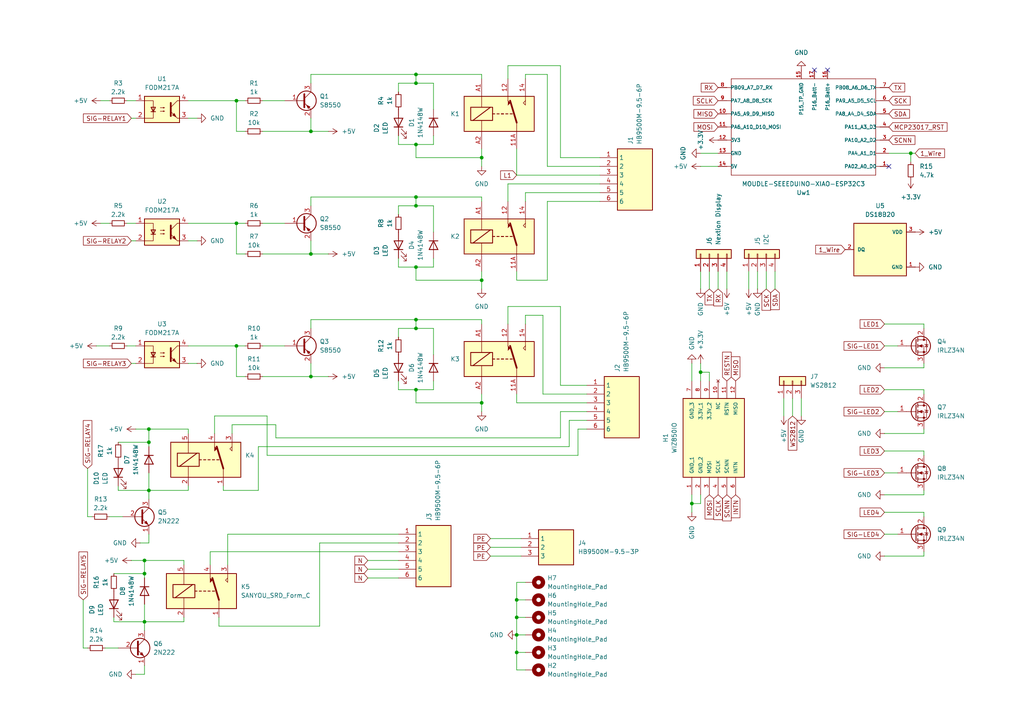
<source format=kicad_sch>
(kicad_sch (version 20231120) (generator "eeschema") (generator_version "8.0")
  (paper "A4")
  (junction (at 41.91 166.37))
  (junction (at 414.02 78.74))
  (junction (at 68.58 64.77))
  (junction (at 120.65 113.03))
  (junction (at 68.58 29.21))
  (junction (at 149.86 179.07))
  (junction (at 120.65 77.47))
  (junction (at 120.65 92.71))
  (junction (at 120.65 59.69))
  (junction (at 90.17 109.22))
  (junction (at 90.17 73.66))
  (junction (at 43.18 124.46))
  (junction (at 200.66 146.05))
  (junction (at 120.65 24.13))
  (junction (at 139.7 45.72))
  (junction (at 149.86 173.99))
  (junction (at 311.15 40.64))
  (junction (at 120.65 41.91))
  (junction (at 149.86 189.23))
  (junction (at 43.18 142.24))
  (junction (at 264.16 44.45))
  (junction (at 68.58 100.33))
  (junction (at 120.65 21.59))
  (junction (at 90.17 38.1))
  (junction (at 41.91 180.34))
  (junction (at 43.18 128.27))
  (junction (at 139.7 116.84))
  (junction (at 364.49 78.74))
  (junction (at 120.65 95.25))
  (junction (at 41.91 162.56))
  (junction (at 139.7 81.28))
  (junction (at 120.65 57.15))
  (junction (at 203.2 107.95))
  (junction (at 149.86 184.15))
  (no_connect (at 240.03 20.32))
  (no_connect (at 363.22 30.48))
  (no_connect (at 236.22 20.32))
  (no_connect (at 363.22 27.94))
  (no_connect (at 257.81 48.26))
  (wire (pts (xy 205.74 110.49) (xy 205.74 107.95)))
  (wire (pts (xy 64.77 140.97) (xy 64.77 142.24)))
  (wire (pts (xy 205.74 83.82) (xy 205.74 78.74)))
  (wire (pts (xy 41.91 193.04) (xy 41.91 195.58)))
  (wire (pts (xy 316.23 38.1) (xy 327.66 38.1)))
  (wire (pts (xy 267.97 113.03) (xy 267.97 114.3)))
  (wire (pts (xy 92.71 157.48) (xy 115.57 157.48)))
  (wire (pts (xy 328.93 182.88) (xy 328.93 186.69)))
  (wire (pts (xy 203.2 143.51) (xy 203.2 146.05)))
  (wire (pts (xy 34.29 140.97) (xy 34.29 142.24)))
  (wire (pts (xy 90.17 73.66) (xy 95.25 73.66)))
  (wire (pts (xy 208.28 44.45) (xy 203.2 44.45)))
  (wire (pts (xy 364.49 186.69) (xy 369.57 186.69)))
  (wire (pts (xy 41.91 166.37) (xy 41.91 167.64)))
  (wire (pts (xy 308.61 40.64) (xy 311.15 40.64)))
  (wire (pts (xy 256.54 119.38) (xy 260.35 119.38)))
  (wire (pts (xy 139.7 21.59) (xy 139.7 22.86)))
  (wire (pts (xy 33.02 166.37) (xy 41.91 166.37)))
  (wire (pts (xy 120.65 57.15) (xy 139.7 57.15)))
  (wire (pts (xy 60.96 163.83) (xy 60.96 160.02)))
  (wire (pts (xy 125.73 31.75) (xy 125.73 24.13)))
  (wire (pts (xy 429.26 85.09) (xy 429.26 83.82)))
  (wire (pts (xy 90.17 21.59) (xy 120.65 21.59)))
  (wire (pts (xy 149.86 184.15) (xy 149.86 189.23)))
  (wire (pts (xy 316.23 40.64) (xy 316.23 38.1)))
  (wire (pts (xy 115.57 41.91) (xy 120.65 41.91)))
  (wire (pts (xy 139.7 45.72) (xy 139.7 48.26)))
  (wire (pts (xy 60.96 160.02) (xy 115.57 160.02)))
  (wire (pts (xy 173.99 45.72) (xy 162.56 45.72)))
  (wire (pts (xy 334.01 186.69) (xy 339.09 186.69)))
  (wire (pts (xy 346.71 101.6) (xy 346.71 100.33)))
  (wire (pts (xy 210.82 83.82) (xy 210.82 78.74)))
  (wire (pts (xy 346.71 100.33) (xy 347.98 100.33)))
  (wire (pts (xy 256.54 137.16) (xy 260.35 137.16)))
  (wire (pts (xy 313.69 182.88) (xy 313.69 186.69)))
  (wire (pts (xy 139.7 57.15) (xy 139.7 58.42)))
  (wire (pts (xy 208.28 48.26) (xy 203.2 48.26)))
  (wire (pts (xy 318.77 186.69) (xy 323.85 186.69)))
  (wire (pts (xy 115.57 77.47) (xy 120.65 77.47)))
  (wire (pts (xy 349.25 134.62) (xy 349.25 138.43)))
  (wire (pts (xy 369.57 134.62) (xy 369.57 138.43)))
  (wire (pts (xy 54.61 29.21) (xy 68.58 29.21)))
  (wire (pts (xy 63.5 181.61) (xy 92.71 181.61)))
  (wire (pts (xy 67.31 123.19) (xy 80.01 123.19)))
  (wire (pts (xy 267.97 93.98) (xy 267.97 95.25)))
  (wire (pts (xy 222.25 83.82) (xy 222.25 78.74)))
  (wire (pts (xy 149.86 168.91) (xy 149.86 173.99)))
  (wire (pts (xy 203.2 146.05) (xy 200.66 146.05)))
  (wire (pts (xy 354.33 134.62) (xy 354.33 147.32)))
  (wire (pts (xy 349.25 186.69) (xy 354.33 186.69)))
  (wire (pts (xy 203.2 83.82) (xy 203.2 78.74)))
  (wire (pts (xy 147.32 53.34) (xy 147.32 58.42)))
  (wire (pts (xy 120.65 81.28) (xy 139.7 81.28)))
  (wire (pts (xy 66.04 163.83) (xy 66.04 154.94)))
  (wire (pts (xy 115.57 59.69) (xy 115.57 62.23)))
  (wire (pts (xy 120.65 116.84) (xy 139.7 116.84)))
  (wire (pts (xy 43.18 124.46) (xy 43.18 128.27)))
  (wire (pts (xy 43.18 142.24) (xy 43.18 144.78)))
  (wire (pts (xy 256.54 130.81) (xy 267.97 130.81)))
  (wire (pts (xy 158.75 48.26) (xy 173.99 48.26)))
  (wire (pts (xy 264.16 44.45) (xy 257.81 44.45)))
  (wire (pts (xy 64.77 142.24) (xy 74.93 142.24)))
  (wire (pts (xy 147.32 19.05) (xy 147.32 22.86)))
  (wire (pts (xy 152.4 93.98) (xy 152.4 91.44)))
  (wire (pts (xy 125.73 113.03) (xy 125.73 110.49)))
  (wire (pts (xy 267.97 142.24) (xy 267.97 143.51)))
  (wire (pts (xy 149.86 81.28) (xy 158.75 81.28)))
  (wire (pts (xy 162.56 19.05) (xy 147.32 19.05)))
  (wire (pts (xy 363.22 22.86) (xy 367.03 22.86)))
  (wire (pts (xy 90.17 57.15) (xy 120.65 57.15)))
  (wire (pts (xy 256.54 93.98) (xy 267.97 93.98)))
  (wire (pts (xy 43.18 154.94) (xy 43.18 157.48)))
  (wire (pts (xy 90.17 109.22) (xy 95.25 109.22)))
  (wire (pts (xy 229.87 120.65) (xy 229.87 115.57)))
  (wire (pts (xy 414.02 72.39) (xy 414.02 78.74)))
  (wire (pts (xy 165.1 129.54) (xy 165.1 121.92)))
  (wire (pts (xy 311.15 40.64) (xy 311.15 46.99)))
  (wire (pts (xy 162.56 88.9) (xy 162.56 111.76)))
  (wire (pts (xy 41.91 195.58) (xy 39.37 195.58)))
  (wire (pts (xy 90.17 69.85) (xy 90.17 73.66)))
  (wire (pts (xy 139.7 81.28) (xy 139.7 83.82)))
  (wire (pts (xy 359.41 134.62) (xy 359.41 138.43)))
  (wire (pts (xy 76.2 29.21) (xy 82.55 29.21)))
  (wire (pts (xy 149.86 78.74) (xy 149.86 81.28)))
  (wire (pts (xy 339.09 182.88) (xy 339.09 186.69)))
  (wire (pts (xy 142.24 156.21) (xy 151.13 156.21)))
  (wire (pts (xy 323.85 134.62) (xy 323.85 138.43)))
  (wire (pts (xy 29.21 64.77) (xy 31.75 64.77)))
  (wire (pts (xy 256.54 125.73) (xy 267.97 125.73)))
  (wire (pts (xy 158.75 21.59) (xy 158.75 48.26)))
  (wire (pts (xy 106.68 165.1) (xy 115.57 165.1)))
  (wire (pts (xy 267.97 160.02) (xy 267.97 161.29)))
  (wire (pts (xy 41.91 175.26) (xy 41.91 180.34)))
  (wire (pts (xy 41.91 162.56) (xy 41.91 166.37)))
  (wire (pts (xy 54.61 64.77) (xy 68.58 64.77)))
  (wire (pts (xy 328.93 134.62) (xy 328.93 138.43)))
  (wire (pts (xy 71.12 109.22) (xy 68.58 109.22)))
  (wire (pts (xy 106.68 162.56) (xy 115.57 162.56)))
  (wire (pts (xy 120.65 92.71) (xy 120.65 95.25)))
  (wire (pts (xy 90.17 59.69) (xy 90.17 57.15)))
  (wire (pts (xy 115.57 24.13) (xy 115.57 26.67)))
  (wire (pts (xy 139.7 114.3) (xy 139.7 116.84)))
  (wire (pts (xy 334.01 186.69) (xy 334.01 182.88)))
  (wire (pts (xy 363.22 81.28) (xy 364.49 81.28)))
  (wire (pts (xy 217.17 83.82) (xy 217.17 78.74)))
  (wire (pts (xy 90.17 105.41) (xy 90.17 109.22)))
  (wire (pts (xy 149.86 179.07) (xy 152.4 179.07)))
  (wire (pts (xy 36.83 29.21) (xy 39.37 29.21)))
  (wire (pts (xy 149.86 179.07) (xy 149.86 184.15)))
  (wire (pts (xy 162.56 119.38) (xy 162.56 127)))
  (wire (pts (xy 256.54 154.94) (xy 260.35 154.94)))
  (wire (pts (xy 68.58 109.22) (xy 68.58 100.33)))
  (wire (pts (xy 256.54 143.51) (xy 267.97 143.51)))
  (wire (pts (xy 157.48 114.3) (xy 170.18 114.3)))
  (wire (pts (xy 340.36 97.79) (xy 347.98 97.79)))
  (wire (pts (xy 77.47 132.08) (xy 167.64 132.08)))
  (wire (pts (xy 120.65 57.15) (xy 120.65 59.69)))
  (wire (pts (xy 120.65 113.03) (xy 120.65 116.84)))
  (wire (pts (xy 36.83 64.77) (xy 39.37 64.77)))
  (wire (pts (xy 24.13 173.99) (xy 24.13 187.96)))
  (wire (pts (xy 152.4 168.91) (xy 149.86 168.91)))
  (wire (pts (xy 167.64 132.08) (xy 167.64 124.46)))
  (wire (pts (xy 62.23 120.65) (xy 62.23 125.73)))
  (wire (pts (xy 41.91 180.34) (xy 41.91 182.88)))
  (wire (pts (xy 27.94 100.33) (xy 31.75 100.33)))
  (wire (pts (xy 54.61 142.24) (xy 43.18 142.24)))
  (wire (pts (xy 115.57 77.47) (xy 115.57 74.93)))
  (wire (pts (xy 71.12 38.1) (xy 68.58 38.1)))
  (wire (pts (xy 120.65 41.91) (xy 120.65 45.72)))
  (wire (pts (xy 68.58 64.77) (xy 71.12 64.77)))
  (wire (pts (xy 120.65 59.69) (xy 115.57 59.69)))
  (wire (pts (xy 363.22 78.74) (xy 364.49 78.74)))
  (wire (pts (xy 54.61 105.41) (xy 57.15 105.41)))
  (wire (pts (xy 125.73 67.31) (xy 125.73 59.69)))
  (wire (pts (xy 74.93 142.24) (xy 74.93 129.54)))
  (wire (pts (xy 139.7 92.71) (xy 139.7 93.98)))
  (wire (pts (xy 76.2 109.22) (xy 90.17 109.22)))
  (wire (pts (xy 80.01 123.19) (xy 80.01 127)))
  (wire (pts (xy 120.65 77.47) (xy 120.65 81.28)))
  (wire (pts (xy 414.02 78.74) (xy 421.64 78.74)))
  (wire (pts (xy 115.57 95.25) (xy 115.57 97.79)))
  (wire (pts (xy 25.4 135.89) (xy 25.4 149.86)))
  (wire (pts (xy 54.61 69.85) (xy 57.15 69.85)))
  (wire (pts (xy 429.26 71.12) (xy 429.26 73.66)))
  (wire (pts (xy 139.7 78.74) (xy 139.7 81.28)))
  (wire (pts (xy 120.65 45.72) (xy 139.7 45.72)))
  (wire (pts (xy 39.37 124.46) (xy 43.18 124.46)))
  (wire (pts (xy 92.71 181.61) (xy 92.71 157.48)))
  (wire (pts (xy 76.2 64.77) (xy 82.55 64.77)))
  (wire (pts (xy 256.54 148.59) (xy 267.97 148.59)))
  (wire (pts (xy 311.15 34.29) (xy 311.15 40.64)))
  (wire (pts (xy 43.18 124.46) (xy 54.61 124.46)))
  (wire (pts (xy 344.17 182.88) (xy 344.17 186.69)))
  (wire (pts (xy 142.24 158.75) (xy 151.13 158.75)))
  (wire (pts (xy 68.58 38.1) (xy 68.58 29.21)))
  (wire (pts (xy 125.73 41.91) (xy 125.73 39.37)))
  (wire (pts (xy 227.33 120.65) (xy 227.33 115.57)))
  (wire (pts (xy 125.73 24.13) (xy 120.65 24.13)))
  (wire (pts (xy 318.77 134.62) (xy 318.77 138.43)))
  (wire (pts (xy 354.33 182.88) (xy 354.33 186.69)))
  (wire (pts (xy 265.43 44.45) (xy 264.16 44.45)))
  (wire (pts (xy 106.68 167.64) (xy 115.57 167.64)))
  (wire (pts (xy 149.86 189.23) (xy 149.86 194.31)))
  (wire (pts (xy 36.83 100.33) (xy 39.37 100.33)))
  (wire (pts (xy 76.2 38.1) (xy 90.17 38.1)))
  (wire (pts (xy 149.86 43.18) (xy 149.86 50.8)))
  (wire (pts (xy 125.73 59.69) (xy 120.65 59.69)))
  (wire (pts (xy 31.75 149.86) (xy 35.56 149.86)))
  (wire (pts (xy 149.86 114.3) (xy 149.86 116.84)))
  (wire (pts (xy 53.34 162.56) (xy 53.34 163.83)))
  (wire (pts (xy 34.29 128.27) (xy 43.18 128.27)))
  (wire (pts (xy 67.31 125.73) (xy 67.31 123.19)))
  (wire (pts (xy 170.18 119.38) (xy 162.56 119.38)))
  (wire (pts (xy 90.17 92.71) (xy 120.65 92.71)))
  (wire (pts (xy 152.4 22.86) (xy 152.4 21.59)))
  (wire (pts (xy 90.17 34.29) (xy 90.17 38.1)))
  (wire (pts (xy 364.49 134.62) (xy 364.49 138.43)))
  (wire (pts (xy 205.74 107.95) (xy 203.2 107.95)))
  (wire (pts (xy 219.71 83.82) (xy 219.71 78.74)))
  (wire (pts (xy 162.56 19.05) (xy 162.56 45.72)))
  (wire (pts (xy 43.18 157.48) (xy 40.64 157.48)))
  (wire (pts (xy 139.7 116.84) (xy 139.7 119.38)))
  (wire (pts (xy 29.21 29.21) (xy 31.75 29.21)))
  (wire (pts (xy 264.16 44.45) (xy 264.16 46.99)))
  (wire (pts (xy 38.1 105.41) (xy 39.37 105.41)))
  (wire (pts (xy 414.02 78.74) (xy 414.02 80.01)))
  (wire (pts (xy 173.99 53.34) (xy 147.32 53.34)))
  (wire (pts (xy 54.61 124.46) (xy 54.61 125.73)))
  (wire (pts (xy 74.93 129.54) (xy 165.1 129.54)))
  (wire (pts (xy 76.2 100.33) (xy 82.55 100.33)))
  (wire (pts (xy 200.66 146.05) (xy 200.66 143.51)))
  (wire (pts (xy 165.1 121.92) (xy 170.18 121.92)))
  (wire (pts (xy 364.49 81.28) (xy 364.49 78.74)))
  (wire (pts (xy 267.97 148.59) (xy 267.97 149.86)))
  (wire (pts (xy 115.57 113.03) (xy 120.65 113.03)))
  (wire (pts (xy 25.4 149.86) (xy 26.67 149.86)))
  (wire (pts (xy 68.58 73.66) (xy 68.58 64.77)))
  (wire (pts (xy 162.56 111.76) (xy 170.18 111.76)))
  (wire (pts (xy 152.4 55.88) (xy 173.99 55.88)))
  (wire (pts (xy 71.12 73.66) (xy 68.58 73.66)))
  (wire (pts (xy 313.69 134.62) (xy 313.69 147.32)))
  (wire (pts (xy 316.23 34.29) (xy 316.23 35.56)))
  (wire (pts (xy 125.73 102.87) (xy 125.73 95.25)))
  (wire (pts (xy 339.09 134.62) (xy 339.09 138.43)))
  (wire (pts (xy 318.77 186.69) (xy 318.77 182.88)))
  (wire (pts (xy 115.57 113.03) (xy 115.57 110.49)))
  (wire (pts (xy 224.79 83.82) (xy 224.79 78.74)))
  (wire (pts (xy 115.57 41.91) (xy 115.57 39.37)))
  (wire (pts (xy 256.54 113.03) (xy 267.97 113.03)))
  (wire (pts (xy 120.65 21.59) (xy 120.65 24.13)))
  (wire (pts (xy 43.18 137.16) (xy 43.18 142.24)))
  (wire (pts (xy 267.97 130.81) (xy 267.97 132.08)))
  (wire (pts (xy 203.2 107.95) (xy 203.2 105.41)))
  (wire (pts (xy 66.04 154.94) (xy 115.57 154.94)))
  (wire (pts (xy 349.25 186.69) (xy 349.25 182.88)))
  (wire (pts (xy 38.1 34.29) (xy 39.37 34.29)))
  (wire (pts (xy 120.65 92.71) (xy 139.7 92.71)))
  (wire (pts (xy 41.91 162.56) (xy 53.34 162.56)))
  (wire (pts (xy 120.65 113.03) (xy 125.73 113.03)))
  (wire (pts (xy 344.17 134.62) (xy 344.17 138.43)))
  (wire (pts (xy 152.4 91.44) (xy 157.48 91.44)))
  (wire (pts (xy 149.86 184.15) (xy 152.4 184.15)))
  (wire (pts (xy 54.61 100.33) (xy 68.58 100.33)))
  (wire (pts (xy 120.65 95.25) (xy 115.57 95.25)))
  (wire (pts (xy 38.1 162.56) (xy 41.91 162.56)))
  (wire (pts (xy 54.61 140.97) (xy 54.61 142.24)))
  (wire (pts (xy 30.48 187.96) (xy 34.29 187.96)))
  (wire (pts (xy 256.54 100.33) (xy 260.35 100.33)))
  (wire (pts (xy 359.41 182.88) (xy 359.41 186.69)))
  (wire (pts (xy 77.47 120.65) (xy 62.23 120.65)))
  (wire (pts (xy 125.73 77.47) (xy 125.73 74.93)))
  (wire (pts (xy 53.34 180.34) (xy 41.91 180.34)))
  (wire (pts (xy 149.86 50.8) (xy 173.99 50.8)))
  (wire (pts (xy 120.65 41.91) (xy 125.73 41.91)))
  (wire (pts (xy 158.75 81.28) (xy 158.75 58.42)))
  (wire (pts (xy 208.28 83.82) (xy 208.28 78.74)))
  (wire (pts (xy 267.97 124.46) (xy 267.97 125.73)))
  (wire (pts (xy 318.77 46.99) (xy 318.77 40.64)))
  (wire (pts (xy 63.5 179.07) (xy 63.5 181.61)))
  (wire (pts (xy 120.65 77.47) (xy 125.73 77.47)))
  (wire (pts (xy 24.13 187.96) (xy 25.4 187.96)))
  (wire (pts (xy 142.24 161.29) (xy 151.13 161.29)))
  (wire (pts (xy 200.66 148.59) (xy 200.66 146.05)))
  (wire (pts (xy 54.61 34.29) (xy 57.15 34.29)))
  (wire (pts (xy 162.56 127) (xy 80.01 127)))
  (wire (pts (xy 120.65 21.59) (xy 139.7 21.59)))
  (wire (pts (xy 149.86 173.99) (xy 149.86 179.07)))
  (wire (pts (xy 125.73 95.25) (xy 120.65 95.25)))
  (wire (pts (xy 152.4 173.99) (xy 149.86 173.99)))
  (wire (pts (xy 38.1 69.85) (xy 39.37 69.85)))
  (wire (pts (xy 157.48 91.44) (xy 157.48 114.3)))
  (wire (pts (xy 232.41 120.65) (xy 232.41 115.57)))
  (wire (pts (xy 316.23 35.56) (xy 327.66 35.56)))
  (wire (pts (xy 68.58 29.21) (xy 71.12 29.21)))
  (wire (pts (xy 90.17 38.1) (xy 95.25 38.1)))
  (wire (pts (xy 53.34 179.07) (xy 53.34 180.34)))
  (wire (pts (xy 152.4 21.59) (xy 158.75 21.59)))
  (wire (pts (xy 120.65 24.13) (xy 115.57 24.13)))
  (wire (pts (xy 158.75 58.42) (xy 173.99 58.42)))
  (wire (pts (xy 334.01 134.62) (xy 334.01 147.32)))
  (wire (pts (xy 33.02 180.34) (xy 41.91 180.34)))
  (wire (pts (xy 147.32 88.9) (xy 162.56 88.9)))
  (wire (pts (xy 316.23 46.99) (xy 318.77 46.99)))
  (wire (pts (xy 149.86 194.31) (xy 152.4 194.31)))
  (wire (pts (xy 256.54 161.29) (xy 267.97 161.29)))
  (wire (pts (xy 149.86 189.23) (xy 152.4 189.23)))
  (wire (pts (xy 68.58 100.33) (xy 71.12 100.33)))
  (wire (pts (xy 200.66 110.49) (xy 200.66 105.41)))
  (wire (pts (xy 203.2 110.49) (xy 203.2 107.95)))
  (wire (pts (xy 90.17 24.13) (xy 90.17 21.59)))
  (wire (pts (xy 139.7 43.18) (xy 139.7 45.72)))
  (wire (pts (xy 152.4 58.42) (xy 152.4 55.88)))
  (wire (pts (xy 323.85 182.88) (xy 323.85 186.69)))
  (wire (pts (xy 167.64 124.46) (xy 170.18 124.46)))
  (wire (pts (xy 318.77 40.64) (xy 327.66 40.64)))
  (wire (pts (xy 90.17 95.25) (xy 90.17 92.71)))
  (wire (pts (xy 364.49 182.88) (xy 364.49 186.69)))
  (wire (pts (xy 369.57 182.88) (xy 369.57 186.69)))
  (wire (pts (xy 76.2 73.66) (xy 90.17 73.66)))
  (wire (pts (xy 43.18 128.27) (xy 43.18 129.54)))
  (wire (pts (xy 364.49 78.74) (xy 367.03 78.74)))
  (wire (pts (xy 33.02 179.07) (xy 33.02 180.34)))
  (wire (pts (xy 77.47 132.08) (xy 77.47 120.65)))
  (wire (pts (xy 149.86 116.84) (xy 170.18 116.84)))
  (wire (pts (xy 256.54 106.68) (xy 267.97 106.68)))
  (wire (pts (xy 34.29 142.24) (xy 43.18 142.24)))
  (wire (pts (xy 147.32 93.98) (xy 147.32 88.9)))
  (wire (pts (xy 267.97 105.41) (xy 267.97 106.68)))
  (global_label "PE" (shape input) (at 142.24 158.75 180) (property "Intersheetrefs" "${INTERSHEET_REFS}" (effects (hide yes))))
  (global_label "SIG-LED2" (shape input) (at 363.22 60.96 0) (property "Intersheetrefs" "${INTERSHEET_REFS}" (effects (hide yes))))
  (global_label "SIG-LED2" (shape input) (at 256.54 119.38 180) (property "Intersheetrefs" "${INTERSHEET_REFS}" (effects (hide yes))))
  (global_label "SIG-LED1" (shape input) (at 327.66 66.04 180) (property "Intersheetrefs" "${INTERSHEET_REFS}" (effects (hide yes))))
  (global_label "RX" (shape input) (at 208.28 25.4 180) (property "Intersheetrefs" "${INTERSHEET_REFS}" (effects (hide yes))))
  (global_label "INTA" (shape input) (at 363.22 27.94 0) (property "Intersheetrefs" "${INTERSHEET_REFS}" (effects (hide yes))))
  (global_label "LED4" (shape input) (at 256.54 148.59 180) (property "Intersheetrefs" "${INTERSHEET_REFS}" (effects (hide yes))))
  (global_label "LED1" (shape input) (at 256.54 93.98 180) (property "Intersheetrefs" "${INTERSHEET_REFS}" (effects (hide yes))))
  (global_label "SCLK" (shape input) (at 208.28 143.51 270) (property "Intersheetrefs" "${INTERSHEET_REFS}" (effects (hide yes))))
  (global_label "N" (shape input) (at 106.68 167.64 180) (property "Intersheetrefs" "${INTERSHEET_REFS}" (effects (hide yes))))
  (global_label "LED3" (shape input) (at 344.17 186.69 270) (property "Intersheetrefs" "${INTERSHEET_REFS}" (effects (hide yes))))
  (global_label "SCNN" (shape input) (at 257.81 40.64 0) (property "Intersheetrefs" "${INTERSHEET_REFS}" (effects (hide yes))))
  (global_label "1_Wire" (shape input) (at 245.11 72.39 180) (property "Intersheetrefs" "${INTERSHEET_REFS}" (effects (hide yes))))
  (global_label "N" (shape input) (at 106.68 162.56 180) (property "Intersheetrefs" "${INTERSHEET_REFS}" (effects (hide yes))))
  (global_label "Thermo-Fuse1" (shape input) (at 323.85 138.43 270) (property "Intersheetrefs" "${INTERSHEET_REFS}" (effects (hide yes))))
  (global_label "MISO" (shape input) (at 208.28 33.02 180) (property "Intersheetrefs" "${INTERSHEET_REFS}" (effects (hide yes))))
  (global_label "SIG-RELAY1" (shape input) (at 327.66 53.34 180) (property "Intersheetrefs" "${INTERSHEET_REFS}" (effects (hide yes))))
  (global_label "INTB" (shape input) (at 363.22 30.48 0) (property "Intersheetrefs" "${INTERSHEET_REFS}" (effects (hide yes))))
  (global_label "SDA" (shape input) (at 257.81 33.02 0) (property "Intersheetrefs" "${INTERSHEET_REFS}" (effects (hide yes))))
  (global_label "MISO" (shape input) (at 213.36 110.49 90) (property "Intersheetrefs" "${INTERSHEET_REFS}" (effects (hide yes))))
  (global_label "LED2" (shape input) (at 328.93 186.69 270) (property "Intersheetrefs" "${INTERSHEET_REFS}" (effects (hide yes))))
  (global_label "SIG-LED4" (shape input) (at 363.22 55.88 0) (property "Intersheetrefs" "${INTERSHEET_REFS}" (effects (hide yes))))
  (global_label "LED2" (shape input) (at 256.54 113.03 180) (property "Intersheetrefs" "${INTERSHEET_REFS}" (effects (hide yes))))
  (global_label "LED3" (shape input) (at 256.54 130.81 180) (property "Intersheetrefs" "${INTERSHEET_REFS}" (effects (hide yes))))
  (global_label "Thermo-Fuse2" (shape input) (at 344.17 138.43 270) (property "Intersheetrefs" "${INTERSHEET_REFS}" (effects (hide yes))))
  (global_label "LED4" (shape input) (at 359.41 186.69 270) (property "Intersheetrefs" "${INTERSHEET_REFS}" (effects (hide yes))))
  (global_label "WS2812" (shape input) (at 327.66 68.58 180) (property "Intersheetrefs" "${INTERSHEET_REFS}" (effects (hide yes))))
  (global_label "SIG-LED4" (shape input) (at 256.54 154.94 180) (property "Intersheetrefs" "${INTERSHEET_REFS}" (effects (hide yes))))
  (global_label "RESTN" (shape input) (at 363.22 71.12 0) (property "Intersheetrefs" "${INTERSHEET_REFS}" (effects (hide yes))))
  (global_label "L1" (shape input) (at 340.36 113.03 270) (property "Intersheetrefs" "${INTERSHEET_REFS}" (effects (hide yes))))
  (global_label "1_Wire" (shape input) (at 359.41 138.43 270) (property "Intersheetrefs" "${INTERSHEET_REFS}" (effects (hide yes))))
  (global_label "MOSI" (shape input) (at 208.28 36.83 180) (property "Intersheetrefs" "${INTERSHEET_REFS}" (effects (hide yes))))
  (global_label "PE" (shape input) (at 142.24 156.21 180) (property "Intersheetrefs" "${INTERSHEET_REFS}" (effects (hide yes))))
  (global_label "SCK" (shape input) (at 222.25 83.82 270) (property "Intersheetrefs" "${INTERSHEET_REFS}" (effects (hide yes))))
  (global_label "RESTN" (shape input) (at 210.82 110.49 90) (property "Intersheetrefs" "${INTERSHEET_REFS}" (effects (hide yes))))
  (global_label "MCP23017_RST" (shape input) (at 257.81 36.83 0) (property "Intersheetrefs" "${INTERSHEET_REFS}" (effects (hide yes))))
  (global_label "BEEPER1" (shape input) (at 414.02 72.39 90) (property "Intersheetrefs" "${INTERSHEET_REFS}" (effects (hide yes))))
  (global_label "Thermo-Fuse1" (shape input) (at 327.66 73.66 180) (property "Intersheetrefs" "${INTERSHEET_REFS}" (effects (hide yes))))
  (global_label "SIG-RELAY3" (shape input) (at 38.1 105.41 180) (property "Intersheetrefs" "${INTERSHEET_REFS}" (effects (hide yes))))
  (global_label "SIG-RELAY3" (shape input) (at 327.66 58.42 180) (property "Intersheetrefs" "${INTERSHEET_REFS}" (effects (hide yes))))
  (global_label "SCNN" (shape input) (at 210.82 143.51 270) (property "Intersheetrefs" "${INTERSHEET_REFS}" (effects (hide yes))))
  (global_label "SIG-RELAY5" (shape input) (at 24.13 173.99 90) (property "Intersheetrefs" "${INTERSHEET_REFS}" (effects (hide yes))))
  (global_label "1_Wire" (shape input) (at 339.09 138.43 270) (property "Intersheetrefs" "${INTERSHEET_REFS}" (effects (hide yes))))
  (global_label "SCK" (shape input) (at 327.66 48.26 180) (property "Intersheetrefs" "${INTERSHEET_REFS}" (effects (hide yes))))
  (global_label "SCK" (shape input) (at 257.81 29.21 0) (property "Intersheetrefs" "${INTERSHEET_REFS}" (effects (hide yes))))
  (global_label "1_Wire" (shape input) (at 318.77 138.43 270) (property "Intersheetrefs" "${INTERSHEET_REFS}" (effects (hide yes))))
  (global_label "LED1" (shape input) (at 313.69 186.69 270) (property "Intersheetrefs" "${INTERSHEET_REFS}" (effects (hide yes))))
  (global_label "Thermo-Fuse3" (shape input) (at 327.66 71.12 180) (property "Intersheetrefs" "${INTERSHEET_REFS}" (effects (hide yes))))
  (global_label "L1" (shape input) (at 149.86 50.8 180) (property "Intersheetrefs" "${INTERSHEET_REFS}" (effects (hide yes))))
  (global_label "MCP23017_RST" (shape input) (at 327.66 27.94 180) (property "Intersheetrefs" "${INTERSHEET_REFS}" (effects (hide yes))))
  (global_label "INTN" (shape input) (at 213.36 143.51 270) (property "Intersheetrefs" "${INTERSHEET_REFS}" (effects (hide yes))))
  (global_label "BEEPER1" (shape input) (at 363.22 68.58 0) (property "Intersheetrefs" "${INTERSHEET_REFS}" (effects (hide yes))))
  (global_label "TX" (shape input) (at 257.81 25.4 0) (property "Intersheetrefs" "${INTERSHEET_REFS}" (effects (hide yes))))
  (global_label "SIG-LED3" (shape input) (at 256.54 137.16 180) (property "Intersheetrefs" "${INTERSHEET_REFS}" (effects (hide yes))))
  (global_label "SIG-RELAY5" (shape input) (at 363.22 53.34 0) (property "Intersheetrefs" "${INTERSHEET_REFS}" (effects (hide yes))))
  (global_label "SDA" (shape input) (at 224.79 83.82 270) (property "Intersheetrefs" "${INTERSHEET_REFS}" (effects (hide yes))))
  (global_label "SIG-LED1" (shape input) (at 256.54 100.33 180) (property "Intersheetrefs" "${INTERSHEET_REFS}" (effects (hide yes))))
  (global_label "TX" (shape input) (at 205.74 83.82 270) (property "Intersheetrefs" "${INTERSHEET_REFS}" (effects (hide yes))))
  (global_label "SIG-LED3" (shape input) (at 363.22 58.42 0) (property "Intersheetrefs" "${INTERSHEET_REFS}" (effects (hide yes))))
  (global_label "SIG-RELAY2" (shape input) (at 38.1 69.85 180) (property "Intersheetrefs" "${INTERSHEET_REFS}" (effects (hide yes))))
  (global_label "SIG-RELAY4" (shape input) (at 327.66 60.96 180) (property "Intersheetrefs" "${INTERSHEET_REFS}" (effects (hide yes))))
  (global_label "WS2812" (shape input) (at 229.87 120.65 270) (property "Intersheetrefs" "${INTERSHEET_REFS}" (effects (hide yes))))
  (global_label "MOSI" (shape input) (at 205.74 143.51 270) (property "Intersheetrefs" "${INTERSHEET_REFS}" (effects (hide yes))))
  (global_label "SCLK" (shape input) (at 208.28 29.21 180) (property "Intersheetrefs" "${INTERSHEET_REFS}" (effects (hide yes))))
  (global_label "SIG-RELAY4" (shape input) (at 25.4 135.89 90) (property "Intersheetrefs" "${INTERSHEET_REFS}" (effects (hide yes))))
  (global_label "SDA" (shape input) (at 327.66 45.72 180) (property "Intersheetrefs" "${INTERSHEET_REFS}" (effects (hide yes))))
  (global_label "SIG-RELAY2" (shape input) (at 327.66 55.88 180) (property "Intersheetrefs" "${INTERSHEET_REFS}" (effects (hide yes))))
  (global_label "INTN" (shape input) (at 363.22 73.66 0) (property "Intersheetrefs" "${INTERSHEET_REFS}" (effects (hide yes))))
  (global_label "Thermo-Fuse2" (shape input) (at 363.22 66.04 0) (property "Intersheetrefs" "${INTERSHEET_REFS}" (effects (hide yes))))
  (global_label "Thermo-Fuse3" (shape input) (at 364.49 138.43 270) (property "Intersheetrefs" "${INTERSHEET_REFS}" (effects (hide yes))))
  (global_label "N" (shape input) (at 346.71 101.6 270) (property "Intersheetrefs" "${INTERSHEET_REFS}" (effects (hide yes))))
  (global_label "N" (shape input) (at 106.68 165.1 180) (property "Intersheetrefs" "${INTERSHEET_REFS}" (effects (hide yes))))
  (global_label "SIG-RELAY1" (shape input) (at 38.1 34.29 180) (property "Intersheetrefs" "${INTERSHEET_REFS}" (effects (hide yes))))
  (global_label "1_Wire" (shape input) (at 265.43 44.45 0) (property "Intersheetrefs" "${INTERSHEET_REFS}" (effects (hide yes))))
  (global_label "RX" (shape input) (at 208.28 83.82 270) (property "Intersheetrefs" "${INTERSHEET_REFS}" (effects (hide yes))))
  (global_label "PE" (shape input) (at 142.24 161.29 180) (property "Intersheetrefs" "${INTERSHEET_REFS}" (effects (hide yes))))
  (symbol (lib_id "power:GND") (at 349.25 138.43 0) (unit 1)
    (property "Reference" "#PWR037" (effects (hide yes)))
    (property "Value" "GND" (at 349.25 143.51 0))
    (property "Description" "Power symbol creates a global label with name \"GND\" , ground" (effects (hide yes)))
  )
  (symbol (lib_id "power:+3.3V") (at 360.68 151.13 180) (unit 1)
    (property "Reference" "#PWR044" (effects (hide yes)))
    (property "Value" "+3.3V" (at 360.68 156.21 0))
    (property "Description" "Power symbol creates a global label with name \"+3.3V\"" (effects (hide yes)))
  )
  (symbol (lib_id "Transistor_BJT:BC807") (at 87.63 64.77 0) (unit 1)
    (property "Reference" "Q2" (at 92.71 63.4999 0) (effects (justify left)))
    (property "Value" "S8550" (at 92.71 66.0399 0) (effects (justify left)))
    (property "Footprint" "Package_TO_SOT_SMD:SOT-23" (effects (hide yes)))
    (property "Datasheet" "https://www.onsemi.com/pub/Collateral/BC808-D.pdf" (effects (hide yes)))
    (property "Description" "0.8A Ic, 45V Vce, PNP Transistor, SOT-23" (effects (hide yes)))
  )
  (symbol (lib_id "power:+5V") (at 217.17 83.82 180) (unit 1)
    (property "Reference" "#PWR047" (effects (hide yes)))
    (property "Value" "+5V" (at 217.1699 87.63 90) (effects (justify left)))
    (property "Description" "Power symbol creates a global label with name \"+5V\"" (effects (hide yes)))
  )
  (symbol (lib_id "power:+5V") (at 227.33 120.65 180) (unit 1)
    (property "Reference" "#PWR048" (effects (hide yes)))
    (property "Value" "+5V" (at 227.3299 124.46 90) (effects (justify left)))
    (property "Description" "Power symbol creates a global label with name \"+5V\"" (effects (hide yes)))
  )
  (symbol (lib_id "Device:R_Small") (at 27.94 187.96 90) (unit 1)
    (property "Reference" "R14" (at 27.94 182.88 90))
    (property "Value" "2.2k" (at 27.94 185.42 90))
    (property "Footprint" "Resistor_SMD:R_0201_0603Metric" (effects (hide yes)))
    (property "Description" "Resistor, small symbol" (effects (hide yes)))
  )
  (symbol (lib_id "Isolator:FODM217A") (at 46.99 67.31 0) (unit 1)
    (property "Reference" "U2" (at 46.99 58.42 0))
    (property "Value" "FODM217A" (at 46.99 60.96 0))
    (property "Footprint" "Package_SO:SOP-4_4.4x2.6mm_P1.27mm" (effects (hide yes)))
    (property "Datasheet" "https://www.onsemi.com/pub/Collateral/FODM214-D.PDF" (effects (hide yes)))
    (property "Description" "DC Optocoupler, Vce 80V, CTR 80-160%, SOP-4" (effects (hide yes)))
  )
  (symbol (lib_id "power:GND") (at 57.15 69.85 90) (unit 1)
    (property "Reference" "#PWR05" (effects (hide yes)))
    (property "Value" "GND" (at 60.96 69.8499 90) (effects (justify right)))
    (property "Description" "Power symbol creates a global label with name \"GND\" , ground" (effects (hide yes)))
  )
  (symbol (lib_id "Transistor_BJT:BC807") (at 87.63 29.21 0) (unit 1)
    (property "Reference" "Q1" (at 92.71 27.9399 0) (effects (justify left)))
    (property "Value" "S8550" (at 92.71 30.4799 0) (effects (justify left)))
    (property "Footprint" "Package_TO_SOT_SMD:SOT-23" (effects (hide yes)))
    (property "Datasheet" "https://www.onsemi.com/pub/Collateral/BC808-D.pdf" (effects (hide yes)))
    (property "Description" "0.8A Ic, 45V Vce, PNP Transistor, SOT-23" (effects (hide yes)))
  )
  (symbol (lib_id "power:+3.3V") (at 264.16 52.07 180) (unit 1)
    (property "Reference" "#PWR035" (effects (hide yes)))
    (property "Value" "+3.3V" (at 264.16 57.15 0))
    (property "Description" "Power symbol creates a global label with name \"+3.3V\"" (effects (hide yes)))
  )
  (symbol (lib_id "Snapeda:250-212") (at 341.63 132.08 90) (unit 1)
    (property "Reference" "X1" (at 341.63 123.19 90))
    (property "Value" "Sensors" (at 341.63 125.73 90))
    (property "Footprint" "Snapeda:250-212_P-250-212" (effects (hide yes)))
    (property "MF" "WAGO Innovative Connections" (effects (hide yes)))
    (property "Description_1" "\n12 Position Wire to Board Terminal Block 45° (135°) Angle with Board 0.138 (3.50mm) Through Hole\n" (effects (hide yes)))
    (property "Package" "None" (effects (hide yes)))
    (property "Price" "None" (effects (hide yes)))
    (property "SnapEDA_Link" "https://www.snapeda.com/parts/250-212/WAGO/view-part/?ref=snap" (effects (hide yes)))
    (property "MP" "250-212" (effects (hide yes)))
    (property "Availability" "In Stock" (effects (hide yes)))
    (property "Check_prices" "https://www.snapeda.com/parts/250-212/WAGO/view-part/?ref=eda" (effects (hide yes)))
  )
  (symbol (lib_id "230V-5V-Stepdown:230V-5V-DC") (at 354.33 95.25 0) (unit 1)
    (property "Reference" "U6" (at 354.838 91.44 0))
    (property "Value" "230V-5V-Step-down" (at 354.838 93.98 0))
    (property "Footprint" "230V-5V-STEPDOWN:230V-5V-STEPDOWN" (effects (hide yes)))
  )
  (symbol (lib_id "Device:R_Small") (at 73.66 38.1 90) (unit 1)
    (property "Reference" "R2" (at 73.66 33.02 90))
    (property "Value" "10k" (at 73.66 35.56 90))
    (property "Footprint" "Resistor_SMD:R_0201_0603Metric" (effects (hide yes)))
    (property "Description" "Resistor, small symbol" (effects (hide yes)))
  )
  (symbol (lib_id "Mechanical:MountingHole_Pad") (at 154.94 194.31 270) (unit 1) (exclude_from_sim yes) (in_bom no)
    (property "Reference" "H2" (at 158.75 193.0399 90) (effects (justify left)))
    (property "Value" "MountingHole_Pad" (at 158.75 195.5799 90) (effects (justify left)))
    (property "Footprint" "MountingHole:MountingHole_3.2mm_M3_DIN965_Pad_TopBottom" (effects (hide yes)))
    (property "Description" "Mounting Hole with connection" (effects (hide yes)))
  )
  (symbol (lib_id "Device:LED") (at 33.02 175.26 90) (unit 1)
    (property "Reference" "D9" (at 26.67 176.8475 0))
    (property "Value" "LED" (at 29.21 176.8475 0))
    (property "Footprint" "LED_SMD:LED_0201_0603Metric" (effects (hide yes)))
    (property "Description" "Light emitting diode" (effects (hide yes)))
  )
  (symbol (lib_id "power:GND") (at 328.93 138.43 0) (unit 1)
    (property "Reference" "#PWR038" (effects (hide yes)))
    (property "Value" "GND" (at 328.93 143.51 0))
    (property "Description" "Power symbol creates a global label with name \"GND\" , ground" (effects (hide yes)))
  )
  (symbol (lib_id "Relay:RAYEX-L90") (at 144.78 33.02 0) (unit 1)
    (property "Reference" "K1" (at 133.35 33.0201 0) (effects (justify right)))
    (property "Value" "RAYEX-L90" (effects (hide yes)))
    (property "Footprint" "Relay_THT:Relay_SPDT_RAYEX-L90" (effects (hide yes)))
    (property "Datasheet" "https://a3.sofastcdn.com/attachment/7jioKBjnRiiSrjrjknRiwS77gwbf3zmp/L90-SERIES.pdf" (effects (hide yes)))
    (property "Description" "Power relay, SPDT, 30A" (effects (hide yes)))
  )
  (symbol (lib_id "Transistor_BJT:BC807") (at 87.63 100.33 0) (unit 1)
    (property "Reference" "Q3" (at 92.71 99.0599 0) (effects (justify left)))
    (property "Value" "S8550" (at 92.71 101.5999 0) (effects (justify left)))
    (property "Footprint" "Package_TO_SOT_SMD:SOT-23" (effects (hide yes)))
    (property "Datasheet" "https://www.onsemi.com/pub/Collateral/BC808-D.pdf" (effects (hide yes)))
    (property "Description" "0.8A Ic, 45V Vce, PNP Transistor, SOT-23" (effects (hide yes)))
  )
  (symbol (lib_id "Relay:RAYEX-L90") (at 144.78 104.14 0) (unit 1)
    (property "Reference" "K3" (at 133.35 104.1401 0) (effects (justify right)))
    (property "Value" "RAYEX-L90" (effects (hide yes)))
    (property "Footprint" "Relay_THT:Relay_SPDT_RAYEX-L90" (effects (hide yes)))
    (property "Datasheet" "https://a3.sofastcdn.com/attachment/7jioKBjnRiiSrjrjknRiwS77gwbf3zmp/L90-SERIES.pdf" (effects (hide yes)))
    (property "Description" "Power relay, SPDT, 30A" (effects (hide yes)))
  )
  (symbol (lib_id "Transistor_FET:IRLZ34N") (at 265.43 154.94 0) (unit 1)
    (property "Reference" "Q9" (at 271.78 153.6699 0) (effects (justify left)))
    (property "Value" "IRLZ34N" (at 271.78 156.2099 0) (effects (justify left)))
    (property "Footprint" "Package_TO_SOT_THT:TO-220-3_Vertical" (effects (hide yes)))
    (property "Datasheet" "http://www.infineon.com/dgdl/irlz34npbf.pdf?fileId=5546d462533600a40153567206892720" (effects (hide yes)))
    (property "Description" "30A Id, 55V Vds, 35mOhm Rds, N-Channel HEXFET Power MOSFET, TO-220AB" (effects (hide yes)))
  )
  (symbol (lib_id "Diode:1N4148W") (at 125.73 35.56 270) (unit 1)
    (property "Reference" "D1" (at 119.38 35.56 0))
    (property "Value" "1N4148W" (at 121.92 35.56 0))
    (property "Footprint" "Diode_SMD:D_SOD-123" (effects (hide yes)))
    (property "Datasheet" "https://www.vishay.com/docs/85748/1n4148w.pdf" (effects (hide yes)))
    (property "Description" "75V 0.15A Fast Switching Diode, SOD-123" (effects (hide yes)))
    (property "Sim.Device" "D" (effects (hide yes)))
    (property "Sim.Pins" "1=K 2=A" (effects (hide yes)))
  )
  (symbol (lib_id "power:+5V") (at 29.21 29.21 90) (unit 1)
    (property "Reference" "#PWR04" (effects (hide yes)))
    (property "Value" "+5V" (at 25.4 29.2099 90) (effects (justify left)))
    (property "Description" "Power symbol creates a global label with name \"+5V\"" (effects (hide yes)))
  )
  (symbol (lib_id "Device:R_Small") (at 414.02 82.55 0) (mirror y) (unit 1)
    (property "Reference" "R18" (at 411.48 81.2799 0) (effects (justify left)))
    (property "Value" "2k74" (at 411.48 83.8199 0) (effects (justify left)))
    (property "Footprint" "Resistor_SMD:R_0603_1608Metric" (effects (hide yes)))
    (property "Description" "Resistor, small symbol" (effects (hide yes)))
  )
  (symbol (lib_id "power:GND") (at 149.86 184.15 270) (unit 1)
    (property "Reference" "#PWR045" (effects (hide yes)))
    (property "Value" "GND" (at 146.05 184.1499 90) (effects (justify right)))
    (property "Description" "Power symbol creates a global label with name \"GND\" , ground" (effects (hide yes)))
  )
  (symbol (lib_id "Mechanical:MountingHole_Pad") (at 154.94 189.23 270) (unit 1) (exclude_from_sim yes) (in_bom no)
    (property "Reference" "H3" (at 158.75 187.9599 90) (effects (justify left)))
    (property "Value" "MountingHole_Pad" (at 158.75 190.4999 90) (effects (justify left)))
    (property "Footprint" "MountingHole:MountingHole_3.2mm_M3_DIN965_Pad_TopBottom" (effects (hide yes)))
    (property "Description" "Mounting Hole with connection" (effects (hide yes)))
  )
  (symbol (lib_id "power:GND") (at 203.2 83.82 0) (unit 1)
    (property "Reference" "#PWR024" (effects (hide yes)))
    (property "Value" "GND" (at 203.1999 87.63 90) (effects (justify right)))
    (property "Description" "Power symbol creates a global label with name \"GND\" , ground" (effects (hide yes)))
  )
  (symbol (lib_id "power:+5V") (at 265.43 67.31 270) (unit 1)
    (property "Reference" "#PWR033" (effects (hide yes)))
    (property "Value" "+5V" (at 269.24 67.3099 90) (effects (justify left)))
    (property "Description" "Power symbol creates a global label with name \"+5V\"" (effects (hide yes)))
  )
  (symbol (lib_id "power:GND") (at 429.26 85.09 0) (unit 1)
    (property "Reference" "#PWR054" (effects (hide yes)))
    (property "Value" "GND" (at 429.26 90.17 0))
    (property "Description" "Power symbol creates a global label with name \"GND\" , ground" (effects (hide yes)))
  )
  (symbol (lib_id "power:+3.3V") (at 203.2 105.41 0) (unit 1)
    (property "Reference" "#PWR030" (effects (hide yes)))
    (property "Value" "+3.3V" (at 203.1999 101.6 90) (effects (justify left)))
    (property "Description" "Power symbol creates a global label with name \"+3.3V\"" (effects (hide yes)))
  )
  (symbol (lib_id "Relay:SANYOU_SRD_Form_C") (at 58.42 171.45 0) (unit 1)
    (property "Reference" "K5" (at 69.85 170.1799 0) (effects (justify left)))
    (property "Value" "SANYOU_SRD_Form_C" (at 69.85 172.7199 0) (effects (justify left)))
    (property "Footprint" "Relay_THT:Relay_SPDT_SANYOU_SRD_Series_Form_C" (effects (hide yes)))
    (property "Datasheet" "http://www.sanyourelay.ca/public/products/pdf/SRD.pdf" (effects (hide yes)))
    (property "Description" "Sanyo SRD relay, Single Pole Miniature Power Relay," (effects (hide yes)))
  )
  (symbol (lib_id "Snapeda:250-212") (at 341.63 180.34 90) (unit 1)
    (property "Reference" "X2" (at 341.63 171.45 90))
    (property "Value" "LED's" (at 341.63 173.99 90))
    (property "Footprint" "Snapeda:250-212_P-250-212" (effects (hide yes)))
    (property "MF" "WAGO Innovative Connections" (effects (hide yes)))
    (property "Description_1" "\n12 Position Wire to Board Terminal Block 45° (135°) Angle with Board 0.138 (3.50mm) Through Hole\n" (effects (hide yes)))
    (property "Package" "None" (effects (hide yes)))
    (property "Price" "None" (effects (hide yes)))
    (property "SnapEDA_Link" "https://www.snapeda.com/parts/250-212/WAGO/view-part/?ref=snap" (effects (hide yes)))
    (property "MP" "250-212" (effects (hide yes)))
    (property "Availability" "In Stock" (effects (hide yes)))
    (property "Check_prices" "https://www.snapeda.com/parts/250-212/WAGO/view-part/?ref=eda" (effects (hide yes)))
  )
  (symbol (lib_id "power:GND") (at 256.54 143.51 270) (unit 1)
    (property "Reference" "#PWR019" (effects (hide yes)))
    (property "Value" "GND" (at 252.73 143.5099 90) (effects (justify right)))
    (property "Description" "Power symbol creates a global label with name \"GND\" , ground" (effects (hide yes)))
  )
  (symbol (lib_id "power:+5V") (at 27.94 100.33 90) (unit 1)
    (property "Reference" "#PWR09" (effects (hide yes)))
    (property "Value" "+5V" (at 24.13 100.3299 90) (effects (justify left)))
    (property "Description" "Power symbol creates a global label with name \"+5V\"" (effects (hide yes)))
  )
  (symbol (lib_id "Snapeda:696106003002") (at 340.36 105.41 90) (unit 1)
    (property "Reference" "J8" (at 334.01 105.41 0))
    (property "Value" "696106003002" (at 336.55 105.41 0))
    (property "Footprint" "Snapeda:696106003002_696106003002" (effects (hide yes)))
    (property "MF" "Würth Elektronik" (effects (hide yes)))
    (property "Description_1" "\nFuse Block 20 A 250V 1 Circuit Cartridge Through Hole\n" (effects (hide yes)))
    (property "Package" "None" (effects (hide yes)))
    (property "Price" "None" (effects (hide yes)))
    (property "IR-VDE" "6.3A" (effects (hide yes)))
    (property "IR-UL" "20A" (effects (hide yes)))
    (property "SnapEDA_Link" "https://www.snapeda.com/parts/696106003002/Wurth+Elektronik/view-part/?ref=snap" (effects (hide yes)))
    (property "VALUE" "696106003002" (effects (hide yes)))
    (property "MATES" "696122003001" (effects (hide yes)))
    (property "DATASHEET-URL" "https://www.we-online.com/catalog/datasheet/696106003002.pdf" (effects (hide yes)))
    (property "MP" "696106003002" (effects (hide yes)))
    (property "Purchase-URL" "https://www.snapeda.com/api/url_track_click_mouser/?unipart_id=4900578&manufacturer=Würth Elektronik&part_name=696106003002&search_term=696106003002" (effects (hide yes)))
    (property "PART-NUMBER" "696106003002" (effects (hide yes)))
    (property "Availability" "In Stock" (effects (hide yes)))
    (property "Check_prices" "https://www.snapeda.com/parts/696106003002/Wurth+Elektronik/view-part/?ref=eda" (effects (hide yes)))
  )
  (symbol (lib_id "Diode:1N4148W") (at 125.73 71.12 270) (unit 1)
    (property "Reference" "D4" (at 119.38 71.12 0))
    (property "Value" "1N4148W" (at 121.92 71.12 0))
    (property "Footprint" "Diode_SMD:D_SOD-123" (effects (hide yes)))
    (property "Datasheet" "https://www.vishay.com/docs/85748/1n4148w.pdf" (effects (hide yes)))
    (property "Description" "75V 0.15A Fast Switching Diode, SOD-123" (effects (hide yes)))
    (property "Sim.Device" "D" (effects (hide yes)))
    (property "Sim.Pins" "1=K 2=A" (effects (hide yes)))
  )
  (symbol (lib_id "power:GND") (at 369.57 138.43 0) (unit 1)
    (property "Reference" "#PWR036" (effects (hide yes)))
    (property "Value" "GND" (at 369.57 143.51 0))
    (property "Description" "Power symbol creates a global label with name \"GND\" , ground" (effects (hide yes)))
  )
  (symbol (lib_id "Jumper:Jumper_3_Open") (at 334.01 151.13 180) (unit 1) (exclude_from_sim yes) (in_bom no)
    (property "Reference" "JP5" (at 334.01 154.94 0))
    (property "Value" "3.3/5V" (at 334.518 159.258 0))
    (property "Footprint" "Jumper:SolderJumper-3_P1.3mm_Open_Pad1.0x1.5mm" (effects (hide yes)))
    (property "Description" "Jumper, 3-pole, both open" (effects (hide yes)))
  )
  (symbol (lib_id "Isolator:FODM217A") (at 46.99 102.87 0) (unit 1)
    (property "Reference" "U3" (at 46.99 93.98 0))
    (property "Value" "FODM217A" (at 46.99 96.52 0))
    (property "Footprint" "Package_SO:SOP-4_4.4x2.6mm_P1.27mm" (effects (hide yes)))
    (property "Datasheet" "https://www.onsemi.com/pub/Collateral/FODM214-D.PDF" (effects (hide yes)))
    (property "Description" "DC Optocoupler, Vce 80V, CTR 80-160%, SOP-4" (effects (hide yes)))
  )
  (symbol (lib_id "Transistor_FET:2N7002") (at 426.72 78.74 0) (unit 1)
    (property "Reference" "Q10" (at 433.07 77.4699 0) (effects (justify left)))
    (property "Value" "2N7002" (at 433.07 80.0099 0) (effects (justify left)))
    (property "Footprint" "Package_TO_SOT_SMD:SOT-23" (effects (hide yes)))
    (property "Datasheet" "https://www.onsemi.com/pub/Collateral/NDS7002A-D.PDF" (effects (hide yes)))
    (property "Description" "0.115A Id, 60V Vds, N-Channel MOSFET, SOT-23" (effects (hide yes)))
  )
  (symbol (lib_id "Transistor_FET:IRLZ34N") (at 265.43 119.38 0) (unit 1)
    (property "Reference" "Q7" (at 271.78 118.1099 0) (effects (justify left)))
    (property "Value" "IRLZ34N" (at 271.78 120.6499 0) (effects (justify left)))
    (property "Footprint" "Package_TO_SOT_THT:TO-220-3_Vertical" (effects (hide yes)))
    (property "Datasheet" "http://www.infineon.com/dgdl/irlz34npbf.pdf?fileId=5546d462533600a40153567206892720" (effects (hide yes)))
    (property "Description" "30A Id, 55V Vds, 35mOhm Rds, N-Channel HEXFET Power MOSFET, TO-220AB" (effects (hide yes)))
  )
  (symbol (lib_id "power:GND") (at 40.64 157.48 270) (unit 1)
    (property "Reference" "#PWR013" (effects (hide yes)))
    (property "Value" "GND" (at 36.83 157.4799 90) (effects (justify right)))
    (property "Description" "Power symbol creates a global label with name \"GND\" , ground" (effects (hide yes)))
  )
  (symbol (lib_id "power:+5V") (at 95.25 73.66 270) (unit 1)
    (property "Reference" "#PWR07" (effects (hide yes)))
    (property "Value" "+5V" (at 99.06 73.6599 90) (effects (justify left)))
    (property "Description" "Power symbol creates a global label with name \"+5V\"" (effects (hide yes)))
  )
  (symbol (lib_id "power:GND") (at 57.15 105.41 90) (unit 1)
    (property "Reference" "#PWR010" (effects (hide yes)))
    (property "Value" "GND" (at 60.96 105.4099 90) (effects (justify right)))
    (property "Description" "Power symbol creates a global label with name \"GND\" , ground" (effects (hide yes)))
  )
  (symbol (lib_id "power:+3.3V") (at 361.95 105.41 270) (unit 1)
    (property "Reference" "#PWR052" (effects (hide yes)))
    (property "Value" "+3.3V" (at 365.76 105.4099 90) (effects (justify left)))
    (property "Description" "Power symbol creates a global label with name \"+3.3V\"" (effects (hide yes)))
  )
  (symbol (lib_id "Device:R_Small") (at 34.29 64.77 90) (unit 1)
    (property "Reference" "R5" (at 34.29 59.69 90))
    (property "Value" "2.2k" (at 34.29 62.23 90))
    (property "Footprint" "Resistor_SMD:R_0201_0603Metric" (effects (hide yes)))
    (property "Description" "Resistor, small symbol" (effects (hide yes)))
  )
  (symbol (lib_id "power:GND") (at 39.37 195.58 270) (unit 1)
    (property "Reference" "#PWR017" (effects (hide yes)))
    (property "Value" "GND" (at 35.56 195.5799 90) (effects (justify right)))
    (property "Description" "Power symbol creates a global label with name \"GND\" , ground" (effects (hide yes)))
  )
  (symbol (lib_id "power:+5V") (at 39.37 124.46 90) (unit 1)
    (property "Reference" "#PWR015" (effects (hide yes)))
    (property "Value" "+5V" (at 35.56 124.4599 90) (effects (justify left)))
    (property "Description" "Power symbol creates a global label with name \"+5V\"" (effects (hide yes)))
  )
  (symbol (lib_id "Isolator:FODM217A") (at 46.99 31.75 0) (unit 1)
    (property "Reference" "U1" (at 46.99 22.86 0))
    (property "Value" "FODM217A" (at 46.99 25.4 0))
    (property "Footprint" "Package_SO:SOP-4_4.4x2.6mm_P1.27mm" (effects (hide yes)))
    (property "Datasheet" "https://www.onsemi.com/pub/Collateral/FODM214-D.PDF" (effects (hide yes)))
    (property "Description" "DC Optocoupler, Vce 80V, CTR 80-160%, SOP-4" (effects (hide yes)))
  )
  (symbol (lib_id "power:+5V") (at 210.82 83.82 180) (unit 1)
    (property "Reference" "#PWR023" (effects (hide yes)))
    (property "Value" "+5V" (at 210.8199 87.63 90) (effects (justify left)))
    (property "Description" "Power symbol creates a global label with name \"+5V\"" (effects (hide yes)))
  )
  (symbol (lib_id "Mechanical:MountingHole_Pad") (at 154.94 168.91 270) (unit 1) (exclude_from_sim yes) (in_bom no)
    (property "Reference" "H7" (at 158.75 167.6399 90) (effects (justify left)))
    (property "Value" "MountingHole_Pad" (at 158.75 170.1799 90) (effects (justify left)))
    (property "Footprint" "MountingHole:MountingHole_3.2mm_M3_DIN965_Pad_TopBottom" (effects (hide yes)))
    (property "Description" "Mounting Hole with connection" (effects (hide yes)))
  )
  (symbol (lib_id "Mechanical:MountingHole_Pad") (at 154.94 173.99 270) (unit 1) (exclude_from_sim yes) (in_bom no)
    (property "Reference" "H6" (at 158.75 172.7199 90) (effects (justify left)))
    (property "Value" "MountingHole_Pad" (at 158.75 175.2599 90) (effects (justify left)))
    (property "Footprint" "MountingHole:MountingHole_3.2mm_M3_DIN965_Pad_TopBottom" (effects (hide yes)))
    (property "Description" "Mounting Hole with connection" (effects (hide yes)))
  )
  (symbol (lib_id "power:+5V") (at 429.26 60.96 0) (unit 1)
    (property "Reference" "#PWR053" (effects (hide yes)))
    (property "Value" "+5V" (at 429.26 55.88 0))
    (property "Description" "Power symbol creates a global label with name \"+5V\"" (effects (hide yes)))
  )
  (symbol (lib_id "power:+3.3V") (at 320.04 151.13 180) (unit 1)
    (property "Reference" "#PWR039" (effects (hide yes)))
    (property "Value" "+3.3V" (at 320.04 156.21 0))
    (property "Description" "Power symbol creates a global label with name \"+3.3V\"" (effects (hide yes)))
  )
  (symbol (lib_id "Device:R_Small") (at 34.29 100.33 90) (unit 1)
    (property "Reference" "R9" (at 34.29 95.25 90))
    (property "Value" "2.2k" (at 34.29 97.79 90))
    (property "Footprint" "Resistor_SMD:R_0201_0603Metric" (effects (hide yes)))
    (property "Description" "Resistor, small symbol" (effects (hide yes)))
  )
  (symbol (lib_id "Snapeda:DS18B20") (at 255.27 72.39 0) (unit 1)
    (property "Reference" "U5" (at 255.27 59.69 0))
    (property "Value" "DS18B20" (at 255.27 62.23 0))
    (property "Footprint" "Snapeda:DS18B20_TO-92-TO92127P495H2044-3" (effects (hide yes)))
    (property "MF" "Analog Devices" (effects (hide yes)))
    (property "Description_1" "\nProgrammable Resolution 1-Wire Digital Thermometer\n" (effects (hide yes)))
    (property "Package" "TO-226-3 Maxim" (effects (hide yes)))
    (property "Price" "None" (effects (hide yes)))
    (property "Check_prices" "https://www.snapeda.com/parts/DS18B20+/Analog+Devices/view-part/?ref=eda" (effects (hide yes)))
    (property "STANDARD" "IPC-7251" (effects (hide yes)))
    (property "PARTREV" "5" (effects (hide yes)))
    (property "SnapEDA_Link" "https://www.snapeda.com/parts/DS18B20+/Analog+Devices/view-part/?ref=snap" (effects (hide yes)))
    (property "MP" "DS18B20+" (effects (hide yes)))
    (property "Purchase-URL" "https://www.snapeda.com/api/url_track_click_mouser/?unipart_id=567247&manufacturer=Analog Devices&part_name=DS18B20+&search_term=ds18b20" (effects (hide yes)))
    (property "Availability" "In Stock" (effects (hide yes)))
    (property "MANUFACTURER" "Maxim Integrated" (effects (hide yes)))
  )
  (symbol (lib_id "power:+5V") (at 307.34 151.13 180) (unit 1)
    (property "Reference" "#PWR042" (effects (hide yes)))
    (property "Value" "+5V" (at 307.34 156.21 0))
    (property "Description" "Power symbol creates a global label with name \"+5V\"" (effects (hide yes)))
  )
  (symbol (lib_id "Jumper:Jumper_3_Open") (at 354.33 151.13 180) (unit 1) (exclude_from_sim yes) (in_bom no)
    (property "Reference" "JP6" (at 354.33 154.94 0))
    (property "Value" "3.3/5V" (at 354.838 159.258 0))
    (property "Footprint" "Jumper:SolderJumper-3_P1.3mm_Open_Pad1.0x1.5mm" (effects (hide yes)))
    (property "Description" "Jumper, 3-pole, both open" (effects (hide yes)))
  )
  (symbol (lib_id "Connector_Generic:Conn_01x03") (at 229.87 110.49 90) (unit 1)
    (property "Reference" "J7" (at 234.95 109.2199 90) (effects (justify right)))
    (property "Value" "WS2812" (at 234.95 111.7599 90) (effects (justify right)))
    (property "Footprint" "Connector_JST:JST_XH_B3B-XH-A_1x03_P2.50mm_Vertical" (effects (hide yes)))
    (property "Description" "Generic connector, single row, 01x03, script generated (kicad-library-utils/schlib/autogen/connector/)" (effects (hide yes)))
  )
  (symbol (lib_id "Device:R_Small") (at 73.66 64.77 90) (unit 1)
    (property "Reference" "R6" (at 73.66 59.69 90))
    (property "Value" "1k" (at 73.66 62.23 90))
    (property "Footprint" "Resistor_SMD:R_0201_0603Metric" (effects (hide yes)))
    (property "Description" "Resistor, small symbol" (effects (hide yes)))
  )
  (symbol (lib_id "power:+5V") (at 38.1 162.56 90) (unit 1)
    (property "Reference" "#PWR016" (effects (hide yes)))
    (property "Value" "+5V" (at 34.29 162.5599 90) (effects (justify left)))
    (property "Description" "Power symbol creates a global label with name \"+5V\"" (effects (hide yes)))
  )
  (symbol (lib_id "power:+5V") (at 203.2 48.26 90) (unit 1)
    (property "Reference" "#PWR022" (effects (hide yes)))
    (property "Value" "+5V" (at 199.39 48.2601 90) (effects (justify left)))
    (property "Description" "Power symbol creates a global label with name \"+5V\"" (effects (hide yes)))
  )
  (symbol (lib_id "MOUDLE-SEEEDUINO-XIAO-ESP32C3:MOUDLE-SEEEDUINO-XIAO-ESP32C3") (at 232.41 36.83 180) (unit 1)
    (property "Reference" "Uw1" (at 233.045 55.88 0))
    (property "Value" "MOUDLE-SEEEDUINO-XIAO-ESP32C3" (at 233.045 53.34 0))
    (property "Footprint" "RF_Module:MCU_Seeed_ESP32C3" (effects (hide yes)))
  )
  (symbol (lib_id "Connector_Generic:Conn_01x04") (at 205.74 73.66 90) (unit 1)
    (property "Reference" "J6" (at 205.7399 71.12 0) (effects (justify left)))
    (property "Value" "Nextion Display" (at 208.2799 71.12 0) (effects (justify left)))
    (property "Footprint" "Connector_JST:JST_XH_B4B-XH-A_1x04_P2.50mm_Vertical" (effects (hide yes)))
    (property "Description" "Generic connector, single row, 01x04, script generated (kicad-library-utils/schlib/autogen/connector/)" (effects (hide yes)))
  )
  (symbol (lib_id "Device:LED") (at 115.57 35.56 90) (unit 1)
    (property "Reference" "D2" (at 109.22 37.1475 0))
    (property "Value" "LED" (at 111.76 37.1475 0))
    (property "Footprint" "LED_SMD:LED_0201_0603Metric" (effects (hide yes)))
    (property "Description" "Light emitting diode" (effects (hide yes)))
  )
  (symbol (lib_id "power:+3.3V") (at 208.28 40.64 90) (unit 1)
    (property "Reference" "#PWR031" (effects (hide yes)))
    (property "Value" "+3.3V" (at 203.2 40.64 0))
    (property "Description" "Power symbol creates a global label with name \"+3.3V\"" (effects (hide yes)))
  )
  (symbol (lib_id "power:+5V") (at 308.61 40.64 90) (unit 1)
    (property "Reference" "#PWR027" (effects (hide yes)))
    (property "Value" "+5V" (at 304.8 40.6399 90) (effects (justify left)))
    (property "Description" "Power symbol creates a global label with name \"+5V\"" (effects (hide yes)))
  )
  (symbol (lib_id "power:+3.3V") (at 340.36 151.13 180) (unit 1)
    (property "Reference" "#PWR041" (effects (hide yes)))
    (property "Value" "+3.3V" (at 340.36 156.21 0))
    (property "Description" "Power symbol creates a global label with name \"+3.3V\"" (effects (hide yes)))
  )
  (symbol (lib_id "Samacsys:HB9500M-9.5-6P") (at 170.18 111.76 0) (unit 1)
    (property "Reference" "J2" (at 179.0699 107.95 90) (effects (justify left)))
    (property "Value" "HB9500M-9.5-6P" (at 181.6099 107.95 90) (effects (justify left)))
    (property "Footprint" "Samacsys:HB9500M956P" (effects (hide yes)))
    (property "Datasheet" "https://datasheet.lcsc.com/szlcsc/1912251712_Ningbo-Kangnex-Elec-HB9500M-9-5-6P_C162699.pdf" (effects (hide yes)))
    (property "Description" "Barrier Block 6 6 0.374\"(9.50mm) 12-22 AWG P=9.5mm" (effects (hide yes)))
    (property "Height" "16.95" (effects (hide yes)))
    (property "Manufacturer_Name" "Ningbo Kangnex" (effects (hide yes)))
    (property "Manufacturer_Part_Number" "HB9500M-9.5-6P" (effects (hide yes)))
  )
  (symbol (lib_id "power:GND") (at 139.7 119.38 0) (unit 1)
    (property "Reference" "#PWR012" (effects (hide yes)))
    (property "Value" "GND" (at 139.7 124.46 0))
    (property "Description" "Power symbol creates a global label with name \"GND\" , ground" (effects (hide yes)))
  )
  (symbol (lib_id "Snapeda:WIZ850IO") (at 200.66 143.51 90) (unit 1)
    (property "Reference" "H1" (at 193.04 127 0))
    (property "Value" "WIZ850IO" (at 195.58 127 0))
    (property "Footprint" "Snapeda:WIZ850IO_WIZ850IO" (effects (hide yes)))
    (property "MANUFACTURER_NAME" "Wiznet Technology" (effects (hide yes)))
    (property "MF" "WIZnet" (effects (hide yes)))
    (property "DESCRIPTION" "WIZ820io network module that uses SPI and includes a W5500 and RJ45 jack with integrated transformer" (effects (hide yes)))
    (property "Price" "None" (effects (hide yes)))
    (property "Package" "Module WIZnet" (effects (hide yes)))
    (property "Check_prices" "https://www.snapeda.com/parts/WIZ850IO/WIZnet/view-part/?ref=eda" (effects (hide yes)))
    (property "HEIGHT" "17mm" (effects (hide yes)))
    (property "MP" "WIZ850IO" (effects (hide yes)))
    (property "SnapEDA_Link" "https://www.snapeda.com/parts/WIZ850IO/WIZnet/view-part/?ref=snap" (effects (hide yes)))
    (property "ARROW_PRICE-STOCK" "https://www.arrow.com/en/products/wiz850io/wiznet" (effects (hide yes)))
    (property "ARROW_PART_NUMBER" "WIZ850IO" (effects (hide yes)))
    (property "Description_1" "\nEthernet - 10/100 Base-T/TX PHY SPI Interface Module\n" (effects (hide yes)))
    (property "Availability" "In Stock" (effects (hide yes)))
    (property "MANUFACTURER_PART_NUMBER" "WIZ850IO" (effects (hide yes)))
  )
  (symbol (lib_id "Diode:1N4148W") (at 125.73 106.68 270) (unit 1)
    (property "Reference" "D6" (at 119.38 106.68 0))
    (property "Value" "1N4148W" (at 121.92 106.68 0))
    (property "Footprint" "Diode_SMD:D_SOD-123" (effects (hide yes)))
    (property "Datasheet" "https://www.vishay.com/docs/85748/1n4148w.pdf" (effects (hide yes)))
    (property "Description" "75V 0.15A Fast Switching Diode, SOD-123" (effects (hide yes)))
    (property "Sim.Device" "D" (effects (hide yes)))
    (property "Sim.Pins" "1=K 2=A" (effects (hide yes)))
  )
  (symbol (lib_id "power:GND") (at 361.95 102.87 90) (unit 1)
    (property "Reference" "#PWR050" (effects (hide yes)))
    (property "Value" "GND" (at 365.76 102.8699 90) (effects (justify right)))
    (property "Description" "Power symbol creates a global label with name \"GND\" , ground" (effects (hide yes)))
  )
  (symbol (lib_id "Diode:1N4148W") (at 43.18 133.35 270) (unit 1)
    (property "Reference" "D7" (at 36.83 133.35 0))
    (property "Value" "1N4148W" (at 39.37 133.35 0))
    (property "Footprint" "Diode_SMD:D_SOD-123" (effects (hide yes)))
    (property "Datasheet" "https://www.vishay.com/docs/85748/1n4148w.pdf" (effects (hide yes)))
    (property "Description" "75V 0.15A Fast Switching Diode, SOD-123" (effects (hide yes)))
    (property "Sim.Device" "D" (effects (hide yes)))
    (property "Sim.Pins" "1=K 2=A" (effects (hide yes)))
  )
  (symbol (lib_id "Transistor_FET:IRLZ34N") (at 265.43 100.33 0) (unit 1)
    (property "Reference" "Q4" (at 271.78 99.0599 0) (effects (justify left)))
    (property "Value" "IRLZ34N" (at 271.78 101.5999 0) (effects (justify left)))
    (property "Footprint" "Package_TO_SOT_THT:TO-220-3_Vertical" (effects (hide yes)))
    (property "Datasheet" "http://www.infineon.com/dgdl/irlz34npbf.pdf?fileId=5546d462533600a40153567206892720" (effects (hide yes)))
    (property "Description" "30A Id, 55V Vds, 35mOhm Rds, N-Channel HEXFET Power MOSFET, TO-220AB" (effects (hide yes)))
  )
  (symbol (lib_id "Device:R_Small") (at 73.66 109.22 90) (unit 1)
    (property "Reference" "R11" (at 73.66 104.14 90))
    (property "Value" "10k" (at 73.66 106.68 90))
    (property "Footprint" "Resistor_SMD:R_0201_0603Metric" (effects (hide yes)))
    (property "Description" "Resistor, small symbol" (effects (hide yes)))
  )
  (symbol (lib_id "Diode:1N4148W") (at 41.91 171.45 270) (unit 1)
    (property "Reference" "D8" (at 35.56 171.45 0))
    (property "Value" "1N4148W" (at 38.1 171.45 0))
    (property "Footprint" "Diode_SMD:D_SOD-123" (effects (hide yes)))
    (property "Datasheet" "https://www.vishay.com/docs/85748/1n4148w.pdf" (effects (hide yes)))
    (property "Description" "75V 0.15A Fast Switching Diode, SOD-123" (effects (hide yes)))
    (property "Sim.Device" "D" (effects (hide yes)))
    (property "Sim.Pins" "1=K 2=A" (effects (hide yes)))
  )
  (symbol (lib_id "Jumper:Jumper_2_Small_Open") (at 313.69 46.99 0) (unit 1) (exclude_from_sim yes)
    (property "Reference" "JP3" (at 308.864 45.212 0))
    (property "Value" "A2" (at 313.944 44.45 0))
    (property "Footprint" "Jumper:SolderJumper-2_P1.3mm_Bridged2Bar_Pad1.0x1.5mm" (effects (hide yes)))
    (property "Description" "Jumper, 2-pole, small symbol, open" (effects (hide yes)))
  )
  (symbol (lib_id "Transistor_FET:IRLZ34N") (at 265.43 137.16 0) (unit 1)
    (property "Reference" "Q8" (at 271.78 135.8899 0) (effects (justify left)))
    (property "Value" "IRLZ34N" (at 271.78 138.4299 0) (effects (justify left)))
    (property "Footprint" "Package_TO_SOT_THT:TO-220-3_Vertical" (effects (hide yes)))
    (property "Datasheet" "http://www.infineon.com/dgdl/irlz34npbf.pdf?fileId=5546d462533600a40153567206892720" (effects (hide yes)))
    (property "Description" "30A Id, 55V Vds, 35mOhm Rds, N-Channel HEXFET Power MOSFET, TO-220AB" (effects (hide yes)))
  )
  (symbol (lib_id "power:GND") (at 203.2 44.45 270) (unit 1)
    (property "Reference" "#PWR021" (effects (hide yes)))
    (property "Value" "GND" (at 198.12 44.45 0))
    (property "Description" "Power symbol creates a global label with name \"GND\" , ground" (effects (hide yes)))
  )
  (symbol (lib_id "power:GND") (at 256.54 161.29 270) (unit 1)
    (property "Reference" "#PWR020" (effects (hide yes)))
    (property "Value" "GND" (at 252.73 161.2899 90) (effects (justify right)))
    (property "Description" "Power symbol creates a global label with name \"GND\" , ground" (effects (hide yes)))
  )
  (symbol (lib_id "Samacsys:HB9500M-9.5-6P") (at 115.57 154.94 0) (unit 1)
    (property "Reference" "J3" (at 124.4599 151.13 90) (effects (justify left)))
    (property "Value" "HB9500M-9.5-6P" (at 126.9999 151.13 90) (effects (justify left)))
    (property "Footprint" "Samacsys:HB9500M956P" (effects (hide yes)))
    (property "Datasheet" "https://datasheet.lcsc.com/szlcsc/1912251712_Ningbo-Kangnex-Elec-HB9500M-9-5-6P_C162699.pdf" (effects (hide yes)))
    (property "Description" "Barrier Block 6 6 0.374\"(9.50mm) 12-22 AWG P=9.5mm" (effects (hide yes)))
    (property "Height" "16.95" (effects (hide yes)))
    (property "Manufacturer_Name" "Ningbo Kangnex" (effects (hide yes)))
    (property "Manufacturer_Part_Number" "HB9500M-9.5-6P" (effects (hide yes)))
  )
  (symbol (lib_id "Samacsys:HB9500M-9.5-6P") (at 173.99 45.72 0) (unit 1)
    (property "Reference" "J1" (at 182.8799 41.91 90) (effects (justify left)))
    (property "Value" "HB9500M-9.5-6P" (at 185.4199 41.91 90) (effects (justify left)))
    (property "Footprint" "Samacsys:HB9500M956P" (effects (hide yes)))
    (property "Datasheet" "https://datasheet.lcsc.com/szlcsc/1912251712_Ningbo-Kangnex-Elec-HB9500M-9-5-6P_C162699.pdf" (effects (hide yes)))
    (property "Description" "Barrier Block 6 6 0.374\"(9.50mm) 12-22 AWG P=9.5mm" (effects (hide yes)))
    (property "Height" "16.95" (effects (hide yes)))
    (property "Manufacturer_Name" "Ningbo Kangnex" (effects (hide yes)))
    (property "Manufacturer_Part_Number" "HB9500M-9.5-6P" (effects (hide yes)))
  )
  (symbol (lib_id "power:GND") (at 256.54 125.73 270) (unit 1)
    (property "Reference" "#PWR018" (effects (hide yes)))
    (property "Value" "GND" (at 252.73 125.7299 90) (effects (justify right)))
    (property "Description" "Power symbol creates a global label with name \"GND\" , ground" (effects (hide yes)))
  )
  (symbol (lib_id "power:GND") (at 57.15 34.29 90) (unit 1)
    (property "Reference" "#PWR01" (effects (hide yes)))
    (property "Value" "GND" (at 60.96 34.2899 90) (effects (justify right)))
    (property "Description" "Power symbol creates a global label with name \"GND\" , ground" (effects (hide yes)))
  )
  (symbol (lib_id "Snapeda:MCP23017T-E_ML") (at 345.44 50.8 0) (unit 1)
    (property "Reference" "U4" (at 345.44 15.24 0))
    (property "Value" "MCP23017T-E_ML" (at 345.44 17.78 0))
    (property "Footprint" "Snapeda:MCP23017T-E_ML_QFN65P600X600X100-29N" (effects (hide yes)))
    (property "MF" "Microchip" (effects (hide yes)))
    (property "MAXIMUM_PACKAGE_HEIGHT" "1.00mm" (effects (hide yes)))
    (property "Package" "QFN-28 Microchip" (effects (hide yes)))
    (property "Price" "None" (effects (hide yes)))
    (property "Check_prices" "https://www.snapeda.com/parts/MCP23017T-E/ML/Microchip/view-part/?ref=eda" (effects (hide yes)))
    (property "STANDARD" "IPC-7351B" (effects (hide yes)))
    (property "PARTREV" "C" (effects (hide yes)))
    (property "SnapEDA_Link" "https://www.snapeda.com/parts/MCP23017T-E/ML/Microchip/view-part/?ref=snap" (effects (hide yes)))
    (property "MP" "MCP23017T-E/ML" (effects (hide yes)))
    (property "Purchase-URL" "https://www.snapeda.com/api/url_track_click_mouser/?unipart_id=229587&manufacturer=Microchip&part_name=MCP23017T-E/ML&search_term=mcp23017t-e/ml" (effects (hide yes)))
    (property "Description_1" "\n16-bit Input/Output Expander, I2C interface, Pb-free28 QFN 6x6x0.9mm T/R | Microchip Technology Inc. MCP23017T-E/ML\n" (effects (hide yes)))
    (property "Availability" "In Stock" (effects (hide yes)))
    (property "MANUFACTURER" "Microchip" (effects (hide yes)))
  )
  (symbol (lib_id "Samacsys:HB9500M-9.5-3P") (at 151.13 156.21 0) (unit 1)
    (property "Reference" "J4" (at 167.64 157.4799 0) (effects (justify left)))
    (property "Value" "HB9500M-9.5-3P" (at 167.64 160.0199 0) (effects (justify left)))
    (property "Footprint" "Samacsys:HB9500M953P" (effects (hide yes)))
    (property "Datasheet" "https://datasheet.lcsc.com/szlcsc/Ningbo-Kangnex-Elec-HB9500-3_C162697.pdf" (effects (hide yes)))
    (property "Description" "Barrier Block 3 3 0.374\"(9.50mm) 12-22 AWG P=9.5mm Barrier Terminal Blocks" (effects (hide yes)))
    (property "Height" "13.2" (effects (hide yes)))
    (property "Manufacturer_Name" "Ningbo Kangnex" (effects (hide yes)))
    (property "Manufacturer_Part_Number" "HB9500M-9.5-3P" (effects (hide yes)))
  )
  (symbol (lib_id "Device:R_Small") (at 73.66 73.66 90) (unit 1)
    (property "Reference" "R7" (at 73.66 68.58 90))
    (property "Value" "10k" (at 73.66 71.12 90))
    (property "Footprint" "Resistor_SMD:R_0201_0603Metric" (effects (hide yes)))
    (property "Description" "Resistor, small symbol" (effects (hide yes)))
  )
  (symbol (lib_id "power:GND") (at 232.41 20.32 180) (unit 1)
    (property "Reference" "#PWR032" (effects (hide yes)))
    (property "Value" "GND" (at 232.41 15.24 0))
    (property "Description" "Power symbol creates a global label with name \"GND\" , ground" (effects (hide yes)))
  )
  (symbol (lib_id "Device:R_Small") (at 73.66 100.33 90) (unit 1)
    (property "Reference" "R10" (at 73.66 95.25 90))
    (property "Value" "1k" (at 73.66 97.79 90))
    (property "Footprint" "Resistor_SMD:R_0201_0603Metric" (effects (hide yes)))
    (property "Description" "Resistor, small symbol" (effects (hide yes)))
  )
  (symbol (lib_id "Mechanical:MountingHole_Pad") (at 154.94 179.07 270) (unit 1) (exclude_from_sim yes) (in_bom no)
    (property "Reference" "H5" (at 158.75 177.7999 90) (effects (justify left)))
    (property "Value" "MountingHole_Pad" (at 158.75 180.3399 90) (effects (justify left)))
    (property "Footprint" "MountingHole:MountingHole_3.2mm_M3_DIN965_Pad_TopBottom" (effects (hide yes)))
    (property "Description" "Mounting Hole with connection" (effects (hide yes)))
  )
  (symbol (lib_id "power:GND") (at 139.7 48.26 0) (unit 1)
    (property "Reference" "#PWR06" (effects (hide yes)))
    (property "Value" "GND" (at 139.7 53.34 0))
    (property "Description" "Power symbol creates a global label with name \"GND\" , ground" (effects (hide yes)))
  )
  (symbol (lib_id "power:+5V") (at 361.95 107.95 270) (unit 1)
    (property "Reference" "#PWR051" (effects (hide yes)))
    (property "Value" "+5V" (at 365.76 107.9499 90) (effects (justify left)))
    (property "Description" "Power symbol creates a global label with name \"+5V\"" (effects (hide yes)))
  )
  (symbol (lib_id "Jumper:Jumper_3_Open") (at 313.69 151.13 180) (unit 1) (exclude_from_sim yes) (in_bom no)
    (property "Reference" "JP4" (at 313.69 154.94 0))
    (property "Value" "3.3/5V" (at 314.198 159.258 0))
    (property "Footprint" "Jumper:SolderJumper-3_P1.3mm_Open_Pad1.0x1.5mm" (effects (hide yes)))
    (property "Description" "Jumper, 3-pole, both open" (effects (hide yes)))
  )
  (symbol (lib_id "Jumper:Jumper_2_Small_Open") (at 313.69 40.64 0) (unit 1) (exclude_from_sim yes)
    (property "Reference" "JP2" (at 309.118 37.338 0))
    (property "Value" "A1" (at 313.69 37.846 0))
    (property "Footprint" "Jumper:SolderJumper-2_P1.3mm_Bridged2Bar_Pad1.0x1.5mm" (effects (hide yes)))
    (property "Description" "Jumper, 2-pole, small symbol, open" (effects (hide yes)))
  )
  (symbol (lib_id "Device:R_Small") (at 73.66 29.21 90) (unit 1)
    (property "Reference" "R1" (at 73.66 24.13 90))
    (property "Value" "1k" (at 73.66 26.67 90))
    (property "Footprint" "Resistor_SMD:R_0201_0603Metric" (effects (hide yes)))
    (property "Description" "Resistor, small symbol" (effects (hide yes)))
  )
  (symbol (lib_id "Mechanical:MountingHole_Pad") (at 154.94 184.15 270) (unit 1) (exclude_from_sim yes) (in_bom no)
    (property "Reference" "H4" (at 158.75 182.8799 90) (effects (justify left)))
    (property "Value" "MountingHole_Pad" (at 158.75 185.4199 90) (effects (justify left)))
    (property "Footprint" "MountingHole:MountingHole_3.2mm_M3_DIN965_Pad_TopBottom" (effects (hide yes)))
    (property "Description" "Mounting Hole with connection" (effects (hide yes)))
  )
  (symbol (lib_id "power:GND") (at 414.02 85.09 0) (unit 1)
    (property "Reference" "#PWR055" (effects (hide yes)))
    (property "Value" "GND" (at 414.02 90.17 0))
    (property "Description" "Power symbol creates a global label with name \"GND\" , ground" (effects (hide yes)))
  )
  (symbol (lib_id "Device:R_Small") (at 264.16 49.53 0) (unit 1)
    (property "Reference" "R15" (at 266.7 48.2599 0) (effects (justify left)))
    (property "Value" "4.7k" (at 266.7 50.7999 0) (effects (justify left)))
    (property "Footprint" "Resistor_SMD:R_0201_0603Metric" (effects (hide yes)))
    (property "Description" "Resistor, small symbol" (effects (hide yes)))
  )
  (symbol (lib_id "Device:R_Small") (at 115.57 100.33 180) (unit 1)
    (property "Reference" "R12" (at 110.49 100.33 90))
    (property "Value" "1k" (at 113.03 100.33 90))
    (property "Footprint" "Resistor_SMD:R_0201_0603Metric" (effects (hide yes)))
    (property "Description" "Resistor, small symbol" (effects (hide yes)))
  )
  (symbol (lib_id "power:GND") (at 200.66 148.59 0) (unit 1)
    (property "Reference" "#PWR028" (effects (hide yes)))
    (property "Value" "GND" (at 200.6599 152.4 90) (effects (justify right)))
    (property "Description" "Power symbol creates a global label with name \"GND\" , ground" (effects (hide yes)))
  )
  (symbol (lib_id "Device:R_Small") (at 34.29 130.81 180) (unit 1)
    (property "Reference" "R17" (at 29.21 130.81 90))
    (property "Value" "1k" (at 31.75 130.81 90))
    (property "Footprint" "Resistor_SMD:R_0201_0603Metric" (effects (hide yes)))
    (property "Description" "Resistor, small symbol" (effects (hide yes)))
  )
  (symbol (lib_id "power:+5V") (at 347.98 151.13 180) (unit 1)
    (property "Reference" "#PWR043" (effects (hide yes)))
    (property "Value" "+5V" (at 347.98 156.21 0))
    (property "Description" "Power symbol creates a global label with name \"+5V\"" (effects (hide yes)))
  )
  (symbol (lib_id "Device:LED") (at 34.29 137.16 90) (unit 1)
    (property "Reference" "D10" (at 27.94 138.7475 0))
    (property "Value" "LED" (at 30.48 138.7475 0))
    (property "Footprint" "LED_SMD:LED_0201_0603Metric" (effects (hide yes)))
    (property "Description" "Light emitting diode" (effects (hide yes)))
  )
  (symbol (lib_id "power:+5V") (at 95.25 109.22 270) (unit 1)
    (property "Reference" "#PWR011" (effects (hide yes)))
    (property "Value" "+5V" (at 99.06 109.2199 90) (effects (justify left)))
    (property "Description" "Power symbol creates a global label with name \"+5V\"" (effects (hide yes)))
  )
  (symbol (lib_id "power:GND") (at 232.41 120.65 0) (unit 1)
    (property "Reference" "#PWR049" (effects (hide yes)))
    (property "Value" "GND" (at 232.4099 124.46 90) (effects (justify right)))
    (property "Description" "Power symbol creates a global label with name \"GND\" , ground" (effects (hide yes)))
  )
  (symbol (lib_id "power:+5V") (at 367.03 22.86 270) (unit 1)
    (property "Reference" "#PWR025" (effects (hide yes)))
    (property "Value" "+5V" (at 370.84 22.8599 90) (effects (justify left)))
    (property "Description" "Power symbol creates a global label with name \"+5V\"" (effects (hide yes)))
  )
  (symbol (lib_id "Device:R_Small") (at 34.29 29.21 90) (unit 1)
    (property "Reference" "R3" (at 34.29 24.13 90))
    (property "Value" "2.2k" (at 34.29 26.67 90))
    (property "Footprint" "Resistor_SMD:R_0201_0603Metric" (effects (hide yes)))
    (property "Description" "Resistor, small symbol" (effects (hide yes)))
  )
  (symbol (lib_id "power:GND") (at 256.54 106.68 270) (unit 1)
    (property "Reference" "#PWR014" (effects (hide yes)))
    (property "Value" "GND" (at 252.73 106.6799 90) (effects (justify right)))
    (property "Description" "Power symbol creates a global label with name \"GND\" , ground" (effects (hide yes)))
  )
  (symbol (lib_id "power:GND") (at 265.43 77.47 90) (unit 1)
    (property "Reference" "#PWR034" (effects (hide yes)))
    (property "Value" "GND" (at 269.24 77.4699 90) (effects (justify right)))
    (property "Description" "Power symbol creates a global label with name \"GND\" , ground" (effects (hide yes)))
  )
  (symbol (lib_id "Device:R_Small") (at 29.21 149.86 90) (unit 1)
    (property "Reference" "R13" (at 29.21 144.78 90))
    (property "Value" "2.2k" (at 29.21 147.32 90))
    (property "Footprint" "Resistor_SMD:R_0201_0603Metric" (effects (hide yes)))
    (property "Description" "Resistor, small symbol" (effects (hide yes)))
  )
  (symbol (lib_id "power:+5V") (at 29.21 64.77 90) (unit 1)
    (property "Reference" "#PWR03" (effects (hide yes)))
    (property "Value" "+5V" (at 25.4 64.7699 90) (effects (justify left)))
    (property "Description" "Power symbol creates a global label with name \"+5V\"" (effects (hide yes)))
  )
  (symbol (lib_id "Connector_Generic:Conn_01x04") (at 219.71 73.66 90) (unit 1)
    (property "Reference" "J5" (at 219.7099 71.12 0) (effects (justify left)))
    (property "Value" "I2C" (at 222.2499 71.12 0) (effects (justify left)))
    (property "Footprint" "Connector_JST:JST_XH_B4B-XH-A_1x04_P2.50mm_Vertical" (effects (hide yes)))
    (property "Description" "Generic connector, single row, 01x04, script generated (kicad-library-utils/schlib/autogen/connector/)" (effects (hide yes)))
  )
  (symbol (lib_id "power:GND") (at 367.03 78.74 90) (unit 1)
    (property "Reference" "#PWR026" (effects (hide yes)))
    (property "Value" "GND" (at 370.84 78.7399 90) (effects (justify right)))
    (property "Description" "Power symbol creates a global label with name \"GND\" , ground" (effects (hide yes)))
  )
  (symbol (lib_id "power:GND") (at 139.7 83.82 0) (unit 1)
    (property "Reference" "#PWR08" (effects (hide yes)))
    (property "Value" "GND" (at 139.7 88.9 0))
    (property "Description" "Power symbol creates a global label with name \"GND\" , ground" (effects (hide yes)))
  )
  (symbol (lib_id "Device:R_Small") (at 115.57 29.21 180) (unit 1)
    (property "Reference" "R4" (at 110.49 29.21 90))
    (property "Value" "1k" (at 113.03 29.21 90))
    (property "Footprint" "Resistor_SMD:R_0201_0603Metric" (effects (hide yes)))
    (property "Description" "Resistor, small symbol" (effects (hide yes)))
  )
  (symbol (lib_id "Jumper:Jumper_2_Small_Open") (at 313.69 34.29 0) (unit 1) (exclude_from_sim yes)
    (property "Reference" "JP1" (at 309.372 31.496 0))
    (property "Value" "A0" (at 313.69 31.496 0))
    (property "Footprint" "Jumper:SolderJumper-2_P1.3mm_Bridged2Bar_Pad1.0x1.5mm" (effects (hide yes)))
    (property "Description" "Jumper, 2-pole, small symbol, open" (effects (hide yes)))
  )
  (symbol (lib_id "Relay:SANYOU_SRD_Form_C") (at 59.69 133.35 0) (unit 1)
    (property "Reference" "K4" (at 71.12 132.0799 0) (effects (justify left)))
    (property "Value" "SANYOU_SRD_Form_C" (effects (hide yes)))
    (property "Footprint" "Relay_THT:Relay_SPDT_SANYOU_SRD_Series_Form_C" (effects (hide yes)))
    (property "Datasheet" "http://www.sanyourelay.ca/public/products/pdf/SRD.pdf" (effects (hide yes)))
    (property "Description" "Sanyo SRD relay, Single Pole Miniature Power Relay," (effects (hide yes)))
  )
  (symbol (lib_id "power:+5V") (at 95.25 38.1 270) (unit 1)
    (property "Reference" "#PWR02" (effects (hide yes)))
    (property "Value" "+5V" (at 99.06 38.0999 90) (effects (justify left)))
    (property "Description" "Power symbol creates a global label with name \"+5V\"" (effects (hide yes)))
  )
  (symbol (lib_id "Snapeda:CEM-1205C") (at 429.26 66.04 0) (unit 1)
    (property "Reference" "LS1" (at 433.07 64.5583 0) (effects (justify left)))
    (property "Value" "CEM-1205C" (at 433.07 67.0983 0) (effects (justify left)))
    (property "Footprint" "Snapeda:CEM-1205C_CUI_CEM-1205C" (effects (hide yes)))
    (property "MF" "CUI Devices" (effects (hide yes)))
    (property "DESCRIPTION" "12 mm, 5 V, 85 dB, Through Hole, Sealed, Driving Circuit, Magnetic Audio Indicator Buzzer" (effects (hide yes)))
    (property "PACKAGE" "CUI" (effects (hide yes)))
    (property "PRICE" "1.32 USD" (effects (hide yes)))
    (property "Package" "None" (effects (hide yes)))
    (property "Check_prices" "https://www.snapeda.com/parts/CEM-1205C/CUI+Devices/view-part/?ref=eda" (effects (hide yes)))
    (property "Price" "None" (effects (hide yes)))
    (property "SnapEDA_Link" "https://www.snapeda.com/parts/CEM-1205C/CUI+Devices/view-part/?ref=snap" (effects (hide yes)))
    (property "MP" "CEM-1205C" (effects (hide yes)))
    (property "Availability" "In Stock" (effects (hide yes)))
    (property "CUI_purchase_URL" "https://www.cuidevices.com/product/audio/buzzers/audio-indicators/cem-1205c?utm_source=snapeda.com&utm_medium=referral&utm_campaign=snapedaBOM" (effects (hide yes)))
    (property "AVAILABILITY" "Good" (effects (hide yes)))
    (property "Description_1" "12 mm, 5 V, 85 dB, Through Hole, Sealed, Driving Circuit, Magnetic Audio Indicator Buzzer" (effects (hide yes)))
  )
  (symbol (lib_id "Device:R_Small") (at 33.02 168.91 180) (unit 1)
    (property "Reference" "R16" (at 27.94 168.91 90))
    (property "Value" "1k" (at 30.48 168.91 90))
    (property "Footprint" "Resistor_SMD:R_0201_0603Metric" (effects (hide yes)))
    (property "Description" "Resistor, small symbol" (effects (hide yes)))
  )
  (symbol (lib_id "Transistor_BJT:2N3904") (at 39.37 187.96 0) (unit 1)
    (property "Reference" "Q6" (at 44.45 186.6899 0) (effects (justify left)))
    (property "Value" "2N222" (at 44.45 189.2299 0) (effects (justify left)))
    (property "Footprint" "Package_TO_SOT_THT:TO-92_Inline" (effects (hide yes)))
    (property "Datasheet" "https://www.onsemi.com/pub/Collateral/2N3903-D.PDF" (effects (hide yes)))
    (property "Description" "0.2A Ic, 40V Vce, Small Signal NPN Transistor, TO-92" (effects (hide yes)))
  )
  (symbol (lib_id "Device:R_Small") (at 115.57 64.77 180) (unit 1)
    (property "Reference" "R8" (at 110.49 64.77 90))
    (property "Value" "1k" (at 113.03 64.77 90))
    (property "Footprint" "Resistor_SMD:R_0201_0603Metric" (effects (hide yes)))
    (property "Description" "Resistor, small symbol" (effects (hide yes)))
  )
  (symbol (lib_id "power:GND") (at 219.71 83.82 0) (unit 1)
    (property "Reference" "#PWR046" (effects (hide yes)))
    (property "Value" "GND" (at 219.7099 87.63 90) (effects (justify right)))
    (property "Description" "Power symbol creates a global label with name \"GND\" , ground" (effects (hide yes)))
  )
  (symbol (lib_id "power:+5V") (at 327.66 151.13 180) (unit 1)
    (property "Reference" "#PWR040" (effects (hide yes)))
    (property "Value" "+5V" (at 327.66 156.21 0))
    (property "Description" "Power symbol creates a global label with name \"+5V\"" (effects (hide yes)))
  )
  (symbol (lib_id "Device:LED") (at 115.57 71.12 90) (unit 1)
    (property "Reference" "D3" (at 109.22 72.7075 0))
    (property "Value" "LED" (at 111.76 72.7075 0))
    (property "Footprint" "LED_SMD:LED_0201_0603Metric" (effects (hide yes)))
    (property "Description" "Light emitting diode" (effects (hide yes)))
  )
  (symbol (lib_id "Device:LED") (at 115.57 106.68 90) (unit 1)
    (property "Reference" "D5" (at 109.22 108.2675 0))
    (property "Value" "LED" (at 111.76 108.2675 0))
    (property "Footprint" "LED_SMD:LED_0201_0603Metric" (effects (hide yes)))
    (property "Description" "Light emitting diode" (effects (hide yes)))
  )
  (symbol (lib_id "Transistor_BJT:2N3904") (at 40.64 149.86 0) (unit 1)
    (property "Reference" "Q5" (at 45.72 148.5899 0) (effects (justify left)))
    (property "Value" "2N222" (at 45.72 151.1299 0) (effects (justify left)))
    (property "Footprint" "Package_TO_SOT_THT:TO-92_Inline" (effects (hide yes)))
    (property "Datasheet" "https://www.onsemi.com/pub/Collateral/2N3903-D.PDF" (effects (hide yes)))
    (property "Description" "0.2A Ic, 40V Vce, Small Signal NPN Transistor, TO-92" (effects (hide yes)))
  )
  (symbol (lib_id "power:GND") (at 200.66 105.41 180) (unit 1)
    (property "Reference" "#PWR029" (effects (hide yes)))
    (property "Value" "GND" (at 200.6599 101.6 90) (effects (justify right)))
    (property "Description" "Power symbol creates a global label with name \"GND\" , ground" (effects (hide yes)))
  )
  (symbol (lib_id "Relay:RAYEX-L90") (at 144.78 68.58 0) (unit 1)
    (property "Reference" "K2" (at 133.35 68.5801 0) (effects (justify right)))
    (property "Value" "RAYEX-L90" (effects (hide yes)))
    (property "Footprint" "Relay_THT:Relay_SPDT_RAYEX-L90" (effects (hide yes)))
    (property "Datasheet" "https://a3.sofastcdn.com/attachment/7jioKBjnRiiSrjrjknRiwS77gwbf3zmp/L90-SERIES.pdf" (effects (hide yes)))
    (property "Description" "Power relay, SPDT, 30A" (effects (hide yes)))
  )
)
</source>
